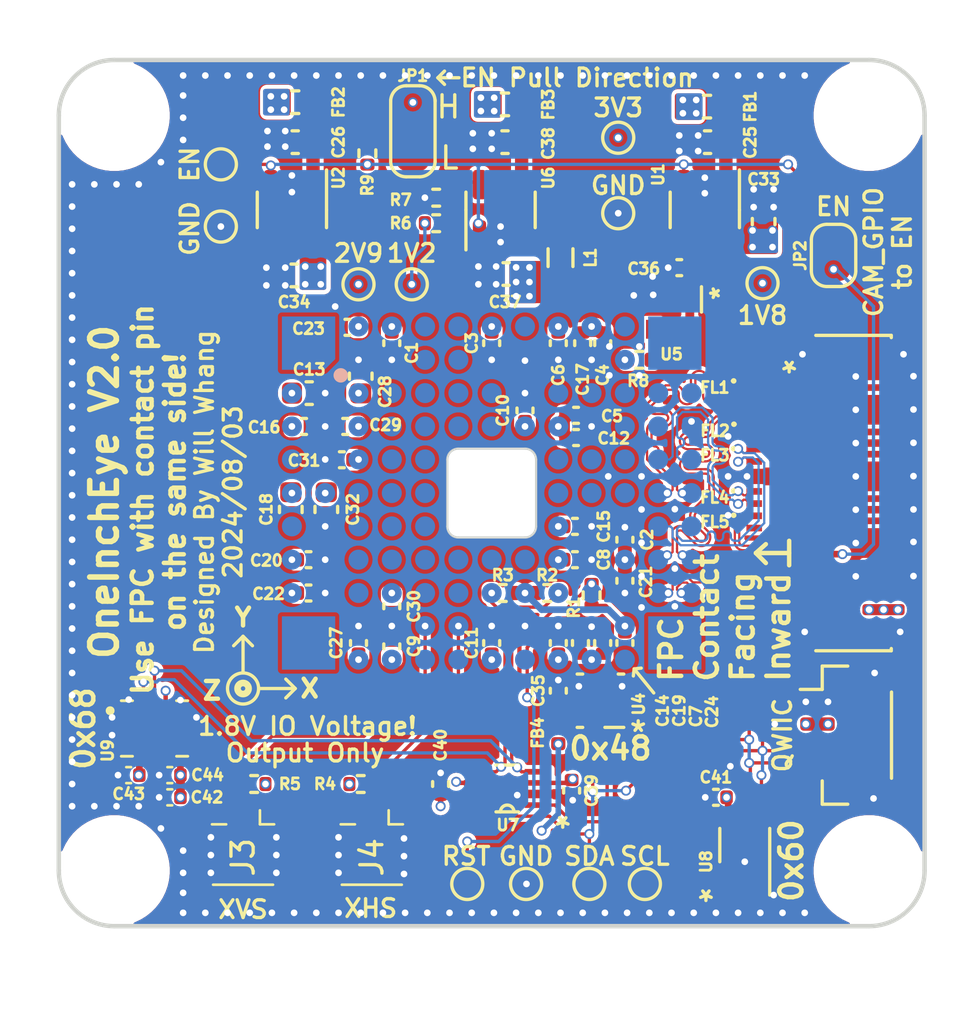
<source format=kicad_pcb>
(kicad_pcb (version 20240108) (generator "pcbnew") (generator_version "8.0")
  (layers (0 "F.Cu" signal) (1 "In1.Cu" signal) (2 "In2.Cu" signal) (31 "B.Cu" signal) (34 "B.Paste" user) (35 "F.Paste" user) (36 "B.SilkS" user "B.Silkscreen") (37 "F.SilkS" user "F.Silkscreen") (38 "B.Mask" user) (39 "F.Mask" user) (44 "Edge.Cuts" user))
  (net 0 "")
  (net 1 "GND")
  (net 2 "+1V2")
  (net 3 "+2V9")
  (net 4 "+1V8")
  (net 5 "+3V3")
  (net 6 "Net-(C28-Pad1)")
  (net 7 "Net-(C29-Pad1)")
  (net 8 "Net-(C31-Pad1)")
  (net 9 "Net-(C32-Pad1)")
  (net 11 "SCL_3V3")
  (net 12 "SDA_3V3")
  (net 13 "RST_1V8")
  (net 14 "SCL_1V8")
  (net 15 "SDA_1V8")
  (net 16 "XHS")
  (net 17 "XVS")
  (net 20 "CLOCK")
  (net 29 "CAM_D2_N")
  (net 30 "CAM_D0_N")
  (net 31 "CAM_CLK_N")
  (net 32 "CAM_D1_N")
  (net 33 "CAM_D3_N")
  (net 34 "CAM_D2_P")
  (net 35 "CAM_D0_P")
  (net 36 "CAM_CLK_P")
  (net 37 "CAM_D1_P")
  (net 38 "CAM_D3_P")
  (net 39 "Net-(C25-Pad2)")
  (net 40 "Net-(C26-Pad2)")
  (net 41 "Net-(C38-Pad1)")
  (net 42 "CAM_EN")
  (net 43 "Net-(L1-Pad1)")
  (net 44 "Net-(R6-Pad2)")
  (net 45 "Net-(R8-Pad2)")
  (net 46 "Net-(C35-Pad2)")
  (net 47 "Net-(J1-Pad6)")
  (net 48 "Net-(JP1-Pad2)")
  (net 49 "/D0_N")
  (net 50 "/D0_P")
  (net 51 "/D1_N")
  (net 52 "/D1_P")
  (net 53 "/CLK_N")
  (net 54 "/CLK_P")
  (net 55 "/D2_N")
  (net 56 "/D2_P")
  (net 57 "/D3_N")
  (net 58 "/D3_P")
  (footprint "Capacitor_SMD:C_0402_1005Metric" (layer "F.Cu") (at 152.6 106.35 -90)
    (property "Reference" "C7")
    (property "Value" "100nF")
  )
  (footprint "footprints:DLP11SA350HL2B" (layer "F.Cu") (at 160.05 94.85)
    (property "Reference" "FL1")
    (property "Value" "KCZ1210AH900HRTD25" (hide yes))
  )
  (footprint "Capacitor_SMD:C_0402_1005Metric" (layer "F.Cu") (at 133.1 112.3 180)
    (property "Reference" "C44")
    (property "Value" "2.2uF")
  )
  (footprint "Capacitor_SMD:C_0603_1608Metric" (layer "F.Cu") (at 148.25 89.7375)
    (property "Reference" "C37")
    (property "Value" "22uF")
  )
  (footprint "Capacitor_SMD:C_0402_1005Metric" (layer "F.Cu") (at 150.6 106.35 -90)
    (property "Reference" "C14")
    (property "Value" "1uF")
  )
  (footprint "Capacitor_SMD:C_0402_1005Metric" (layer "F.Cu") (at 151.35 102.6 180)
    (property "Reference" "C8")
    (property "Value" "1000pF")
  )
  (footprint "Capacitor_SMD:C_0402_1005Metric" (layer "F.Cu") (at 131.2475 112.3 180)
    (property "Reference" "C43")
    (property "Value" "10nF")
  )
  (footprint "footprints:TF3822S05SV830" (layer "F.Cu") (at 165.6 99.6 -90)
    (property "Reference" "J1" (hide yes))
    (property "Value" "Conn_01x22_Shielded" (hide yes))
  )
  (footprint "Inductor_SMD:L_0402_1005Metric" (layer "F.Cu") (at 150.6 110.4 90)
    (property "Reference" "FB4")
    (property "Value" "BLM18KG102SN1D")
  )
  (footprint "Capacitor_SMD:C_0402_1005Metric" (layer "F.Cu") (at 156.05 89.45 180)
    (property "Reference" "C36")
    (property "Value" "100nF")
  )
  (footprint "Resistor_SMD:R_0402_1005Metric" (layer "F.Cu") (at 145.1 86.3 180)
    (property "Reference" "R7")
    (property "Value" "10K")
  )
  (footprint "Capacitor_SMD:C_0402_1005Metric" (layer "F.Cu") (at 141.6 106.35 -90)
    (property "Reference" "C27")
    (property "Value" "1uF")
  )
  (footprint "footprints:DLP11SA350HL2B" (layer "F.Cu") (at 160.05 99.8)
    (property "Reference" "FL4")
    (property "Value" "KCZ1210AH900HRTD25" (hide yes))
  )
  (footprint "footprints:DLP11SA350HL2B" (layer "F.Cu") (at 160.05 100.9)
    (property "Reference" "FL5")
    (property "Value" "KCZ1210AH900HRTD25" (hide yes))
  )
  (footprint "MountingHole:MountingHole_2.2mm_M2" (layer "F.Cu") (at 130.6 82.6 180)
    (property "Reference" "H1" (hide yes))
    (property "Value" "MountingHole")
  )
  (footprint "Capacitor_SMD:C_0402_1005Metric" (layer "F.Cu") (at 153.6 101.7 -90)
    (property "Reference" "C2")
    (property "Value" "1000pF")
  )
  (footprint "Capacitor_SMD:C_0402_1005Metric" (layer "F.Cu") (at 143.1 106.5 -90)
    (property "Reference" "C9")
    (property "Value" "1uF")
  )
  (footprint "Capacitor_SMD:C_0603_1608Metric" (layer "F.Cu") (at 138.7 89.8 180)
    (property "Reference" "C34")
    (property "Value" "4.7uF")
  )
  (footprint "Capacitor_SMD:C_0603_1608Metric" (layer "F.Cu") (at 148.2 83.8 180)
    (property "Reference" "C38")
    (property "Value" "4.7uF")
  )
  (footprint "MountingHole:MountingHole_2.2mm_M2" (layer "F.Cu") (at 164.6 82.6 180)
    (property "Reference" "H4" (hide yes))
    (property "Value" "MountingHole")
  )
  (footprint "Capacitor_SMD:C_0402_1005Metric" (layer "F.Cu") (at 153.6 103.55 90)
    (property "Reference" "C21")
    (property "Value" "1uF")
  )
  (footprint "Capacitor_SMD:C_0402_1005Metric" (layer "F.Cu") (at 139.15 96.6 180)
    (property "Reference" "C16")
    (property "Value" "1uF")
  )
  (footprint "TestPoint:TestPoint_Pad_D1.0mm" (layer "F.Cu") (at 149.15 117.2 90)
    (property "Reference" "TP12" (hide yes))
    (property "Value" "TestPoint")
  )
  (footprint "Capacitor_SMD:C_0402_1005Metric" (layer "F.Cu") (at 145.3 112.7 90)
    (property "Reference" "C40")
    (property "Value" "100nF")
  )
  (footprint "Package_DFN_QFN:DFN-8-1EP_3x2mm_P0.5mm_EP1.3x1.5mm" (layer "F.Cu") (at 159 116.2 90)
    (property "Reference" "U8")
    (property "Value" "ATECC608A-MAHDA")
  )
  (footprint "Package_TO_SOT_SMD:SOT-23-5" (layer "F.Cu") (at 157.2 86.85 -90)
    (property "Reference" "U1")
    (property "Value" "LP5907MFX-1.8")
  )
  (footprint "Package_TO_SOT_SMD:SOT-23-5" (layer "F.Cu") (at 138.6 86.85 -90)
    (property "Reference" "U2")
    (property "Value" "LP5907MFX-2.9")
  )
  (footprint "footprints:PQFN50P300X250X97-14N" (layer "F.Cu") (at 132.4125 110.2)
    (property "Reference" "U9")
    (property "Value" "ICM-42688-P")
  )
  (footprint "Resistor_SMD:R_0402_1005Metric" (layer "F.Cu") (at 152.1 104.2 90)
    (property "Reference" "R1")
    (property "Value" "10K")
  )
  (footprint "Connector_Coaxial:U.FL_Hirose_U.FL-R-SMT-1_Vertical" (layer "F.Cu") (at 142.2 115.4 -90)
    (property "Reference" "J4")
    (property "Value" "Conn_Coaxial")
  )
  (footprint "TestPoint:TestPoint_Pad_D1.0mm" (layer "F.Cu") (at 152 117.2 -90)
    (property "Reference" "TP14" (hide yes))
    (property "Value" "TestPoint")
  )
  (footprint "footprints:TCA9406DCUR" (layer "F.Cu") (at 148.3 112.9 180)
    (property "Reference" "U7")
    (property "Value" "TCA9406DC" (hide yes))
  )
  (footprint "Jumper:SolderJumper-3_P1.3mm_Open_RoundedPad1.0x1.5mm_NumberLabels" (layer "F.Cu") (at 144.05 83.31 90)
    (property "Reference" "JP1")
    (property "Value" "Jumper_3_Open")
  )
  (footprint "Inductor_SMD:L_0603_1608Metric" (layer "F.Cu") (at 138.75 82)
    (property "Reference" "FB2")
    (property "Value" "BLM18KG102SN1D")
  )
  (footprint "Capacitor_SMD:C_0402_1005Metric" (layer "F.Cu") (at 151.7 92.85 90)
    (property "Reference" "C17")
    (property "Value" "1uF")
  )
  (footprint "Capacitor_SMD:C_0402_1005Metric" (layer "F.Cu") (at 143.1 92.85 90)
    (property "Reference" "C1")
    (property "Value" "1uF")
  )
  (footprint "Inductor_SMD:L_0603_1608Metric" (layer "F.Cu") (at 148.2 82.1 180)
    (property "Reference" "FB3")
    (property "Value" "BLM18KG102SN1D")
  )
  (footprint "Resistor_SMD:R_0402_1005Metric" (layer "F.Cu") (at 145.1 87.45)
    (property "Reference" "R6")
    (property "Value" "10K")
  )
  (footprint "Resistor_SMD:R_0402_1005Metric" (layer "F.Cu") (at 144.05 83.91 -90)
    (property "Reference" "JPR1" (hide yes))
    (property "Value" "0R")
  )
  (footprint "Resistor_SMD:R_0402_1005Metric" (layer "F.Cu") (at 163 88.9 -90)
    (property "Reference" "JPR2" (hide yes))
    (property "Value" "0R")
  )
  (footprint "Resistor_SMD:R_0402_1005Metric" (layer "F.Cu") (at 154.25 93.6)
    (property "Reference" "R8")
    (property "Value" "22R")
  )
  (footprint "Capacitor_SMD:C_0402_1005Metric" (layer "F.Cu") (at 157.7 113.3 180)
    (property "Reference" "C41")
    (property "Value" "100nF")
  )
  (footprint "Inductor_SMD:L_0805_2012Metric" (layer "F.Cu") (at 150.7 89 -90)
    (property "Reference" "L1")
    (property "Value" "DFE201210U-2R2M=P2")
  )
  (footprint "Capacitor_SMD:C_0603_1608Metric" (layer "F.Cu") (at 138.75 83.8)
    (property "Reference" "C26")
    (property "Value" "4.7uF")
  )
  (footprint "Capacitor_SMD:C_0402_1005Metric" (layer "F.Cu") (at 147.6 92.85 90)
    (property "Reference" "C3")
    (property "Value" "1uF")
  )
  (footprint "TestPoint:TestPoint_Pad_D1.0mm" (layer "F.Cu") (at 153.3 83.6 180)
    (property "Reference" "TP7" (hide yes))
    (property "Value" "TestPoint")
  )
  (footprint "Capacitor_SMD:C_0402_1005Metric" (layer "F.Cu") (at 139.35 104.1 180)
    (property "Reference" "C22")
    (property "Value" "100nF")
  )
  (footprint "Capacitor_SMD:C_0402_1005Metric" (layer "F.Cu") (at 141.1 92.1375)
    (property "Reference" "C23")
    (property "Value" "1uF")
  )
  (footprint "Resistor_SMD:R_0402_1005Metric" (layer "F.Cu") (at 141.7 112.7)
    (property "Reference" "R4")
    (property "Value" "10K")
  )
  (footprint "Capacitor_SMD:C_0402_1005Metric" (layer "F.Cu") (at 151.2 113 -90)
    (property "Reference" "C39")
    (property "Value" "100nF")
  )
  (footprint "TestPoint:TestPoint_Pad_D1.0mm" (layer "F.Cu") (at 141.6 90.2)
    (property "Reference" "TP6" (hide yes))
    (property "Value" "TestPoint")
  )
  (footprint "Resistor_SMD:R_0402_1005Metric" (layer "F.Cu") (at 142 84.3 90)
    (property "Reference" "R9")
    (property "Value" "10K")
  )
  (footprint "footprints:DLP11SA350HL2B" (layer "F.Cu") (at 160.0625 96.8)
    (property "Reference" "FL2")
    (property "Value" "KCZ1210AH900HRTD25" (hide yes))
  )
  (footprint "Capacitor_SMD:C_0603_1608Metric" (layer "F.Cu") (at 138.55 100.3375 90)
    (property "Reference" "C18")
    (property "Value" "4.7uF")
  )
  (footprint "Capacitor_SMD:C_0603_1608Metric" (layer "F.Cu") (at 140.15 100.3375 -90)
    (property "Reference" "C32")
    (property "Value" "4.7uF")
  )
  (footprint "Capacitor_SMD:C_0402_1005Metric" (layer "F.Cu") (at 151.35 101.1 180)
    (property "Reference" "C15")
    (property "Value" "100nF")
  )
  (footprint "Capacitor_SMD:C_0402_1005Metric" (layer "F.Cu") (at 147.6 106.35 -90)
    (property "Reference" "C11")
    (property "Value" "1uF")
  )
  (footprint "Capacitor_SMD:C_0402_1005Metric" (layer "F.Cu") (at 150.6 108.5 -90)
    (property "Reference" "C35")
    (property "Value" "1uF")
  )
  (footprint "MountingHole:MountingHole_2.2mm_M2" (layer "F.Cu") (at 164.6 116.6 90)
    (property "Reference" "H3" (hide yes))
    (property "Value" "MountingHole")
  )
  (footprint "TestPoint:TestPoint_Pad_D1.0mm" (layer "F.Cu") (at 146.5 117.2 90)
    (property "Reference" "TP1" (hide yes))
    (property "Value" "TestPoint")
  )
  (footprint "Inductor_SMD:L_0603_1608Metric" (layer "F.Cu") (at 157.3 82.2)
    (property "Reference" "FB1")
    (property "Value" "BLM18KG102SN1D")
  )
  (footprint "Capacitor_SMD:C_0402_1005Metric" (layer "F.Cu") (at 153.6 106.35 90)
    (property "Reference" "C24")
    (property "Value" "100nF")
  )
  (footprint "Capacitor_SMD:C_0402_1005Metric" (layer "F.Cu") (at 151.4 97.1 180)
    (property "Reference" "C12")
    (property "Value" "100nF")
  )
  (footprint "Capacitor_SMD:C_0402_1005Metric" (layer "F.Cu") (at 149.1 95.88 -90)
    (property "Reference" "C10")
    (property "Value" "100nF")
  )
  (footprint "TestPoint:TestPoint_Pad_D1.0mm" (layer "F.Cu") (at 135.4 84.8)
    (property "Reference" "TP15" (hide yes))
    (property "Value" "TestPoint")
  )
  (footprint "Oscillator:Oscillator_SMD_Abracon_ASDMB-4Pin_2.5x2.0mm" (layer "F.Cu") (at 155.7 91.45 180)
    (property "Reference" "U5")
    (property "Value" "ECS-2520S18-240-FN-TR")
  )
  (footprint "TestPoint:TestPoint_Pad_D1.0mm" (layer "F.Cu") (at 153.3 87)
    (property "Reference" "TP8" (hide yes))
    (property "Value" "TestPoint")
  )
  (footprint "Capacitor_SMD:C_0402_1005Metric" (layer "F.Cu") (at 151.4 96.1 180)
    (property "Reference" "C5")
    (property "Value" "1000pF")
  )
  (footprint "TestPoint:TestPoint_Pad_D1.0mm" (layer "F.Cu") (at 154.5 117.2 -90)
    (property "Reference" "TP13" (hide yes))
    (property "Value" "TestPoint")
  )
  (footprint "Capacitor_SMD:C_0402_1005Metric" (layer "F.Cu") (at 141 96.6 180)
    (property "Reference" "C29")
    (property "Value" "1uF")
  )
  (footprint "Capacitor_SMD:C_0603_1608Metric" (layer "F.Cu") (at 141.7 94.3375 90)
    (property "Reference" "C28")
    (property "Value" "4.7uF")
  )
  (footprint "Capacitor_SMD:C_0603_1608Metric" (layer "F.Cu") (at 139.38 95.1 180)
    (property "Reference" "C13")
    (property "Value" "4.7uF")
  )
  (footprint "Capacitor_SMD:C_0603_1608Metric" (layer "F.Cu") (at 159.85 87.375 90)
    (property "Reference" "C33")
    (property "Value" "4.7uF")
  )
  (footprint "Capacitor_SMD:C_0402_1005Metric" (layer "F.Cu") (at 140.85 98.1 180)
    (property "Reference" "C31")
    (property "Value" "100nF")
  )
  (footprint "Capacitor_SMD:C_0402_1005Metric" (layer "F.Cu") (at 139.35 102.6 180)
    (property "Reference" "C20")
    (property "Value" "1uF")
  )
  (footprint "footprints:DLP11SA350HL2B" (layer "F.Cu") (at 160.05 97.9)
    (property "Reference" "FL3")
    (property "Value" "KCZ1210AH900HRTD25" (hide yes))
  )
  (footprint "MountingHole:MountingHole_2.2mm_M2" (layer "F.Cu") (at 130.6 116.6)
    (property "Reference" "H2" (hide yes))
    (property "Value" "MountingHole")
  )
  (footprint "Capacitor_SMD:C_0402_1005Metric" (layer "F.Cu") (at 151.6 106.35 -90)
    (property "Reference" "C19")
    (property "Value" "1uF")
  )
  (footprint "Package_TO_SOT_SMD:SOT-23-5" (layer "F.Cu") (at 148 86.85 90)
    (property "Reference" "U6")
    (property "Value" "AP3418KTR-G1")
  )
  (footprint "TestPoint:TestPoint_Pad_D1.0mm" (layer "F.Cu") (at 159.8 90.15)
    (property "Reference" "TP5" (hide yes))
    (property "Value" "TestPoint")
  )
  (footprint "Capacitor_SMD:C_0402_1005Metric" (layer "F.Cu") (at 150.6 92.85 90)
    (property "Reference" "C6")
    (property "Value" "1uF")
  )
  (footprint "Capacitor_SMD:C_0402_1005Metric" (layer "F.Cu") (at 133.1 113.3 180)
    (property "Reference" "C42")
    (property "Value" "100n")
  )
  (footprint "Capacitor_SMD:C_0603_1608Metric" (layer "F.Cu") (at 157.325 83.8)
    (property "Reference" "C25")
    (property "Value" "4.7uF")
  )
  (footprint "Jumper:SolderJumper-2_P1.3mm_Open_RoundedPad1.0x1.5mm" (layer "F.Cu") (at 163 88.9 90)
    (property "Reference" "JP2")
    (property "Value" "SolderJumper_2_Open")
  )
  (footprint "Resistor_SMD:R_0402_1005Metric" (layer "F.Cu") (at 148.1 104.1 180)
    (property "Reference" "R3")
    (property "Value" "DNP")
  )
  (footprint "footprints:TMP117AIDRVR" (layer "F.Cu") (at 152.5 108.95 180)
    (property "Reference" "U4")
    (property "Value" "TMP117AIDRVR" (hide yes))
  )
  (footprint "Resistor_SMD:R_0402_1005Metric" (layer "F.Cu") (at 150.1 104.1)
    (property "Reference" "R2")
    (property "Value" "DNP")
  )
  (footprint "Capacitor_SMD:C_0402_1005Metric" (layer "F.Cu") (at 143.1 104.7 90)
    (property "Reference" "C30")
    (property "Value" "100nF")
  )
  (footprint "Connector_JST:JST_SH_BM04B-SRSS-TB_1x04-1MP_P1.00mm_Vertical" (layer "F.Cu") (at 163.6 110.5 -90)
    (property "Reference" "J2" (hide yes))
    (property "Value" "Conn_01x04_Shielded")
  )
  (footprint "Resistor_SMD:R_0402_1005Metric" (layer "F.Cu") (at 136.9 112.7 180)
    (property "Reference" "R5")
    (property "Value" "10K")
  )
  (footprint "Capacitor_SMD:C_0402_1005Metric" (layer "F.Cu") (at 152.6 92.85 90)
    (property "Reference" "C4")
    (property "Value" "100nF")
  )
  (footprint "TestPoint:TestPoint_Pad_D1.0mm" (layer "F.Cu") (at 144 90.2)
    (property "Reference" "TP4" (hide yes))
    (property "Value" "TestPoint")
  )
  (footprint "Connector_Coaxial:U.FL_Hirose_U.FL-R-SMT-1_Vertical" (layer "F.Cu") (at 136.4 115.4 -90)
    (property "Reference" "J3")
    (property "Value" "Conn_Coaxial")
  )
  (footprint "TestPoint:TestPoint_Pad_D1.0mm" (layer "F.Cu") (at 135.4 87.6)
    (property "Reference" "TP10" (hide yes))
    (property "Value" "TestPoint")
  )
  (footprint "IMX283:IMX283" (layer "B.Cu") (at 147.6 99.6 180)
    (property "Reference" "U3" (hide yes))
    (property "Value" "IMX283EQJC")
  )
  (gr_line (start 161 101.75) (end 161 102.85) (stroke (width 0.2)) (layer "F.SilkS"))
  (gr_circle (center 136.4 108.4) (end 136.5 108.4) (stroke (width 0.3)) (fill none) (layer "F.SilkS"))
  (gr_line (start 161 102.3) (end 159.5 102.3) (stroke (width 0.2)) (layer "F.SilkS"))
  (gr_line (start 138.75 108.4) (end 138.325736 108.824264) (stroke (width 0.15)) (layer "F.SilkS"))
  (gr_line (start 136.4 107.7) (end 136.4 106.05) (stroke (width 0.15)) (layer "F.SilkS"))
  (gr_circle (center 136.4 108.4) (end 137.1 108.4) (stroke (width 0.15)) (fill none) (layer "F.SilkS"))
  (gr_line (start 145.175 80.9) (end 145.475 80.6) (stroke (width 0.15)) (layer "F.SilkS"))
  (gr_line (start 136.4 106.05) (end 135.975736 106.474264) (stroke (width 0.15)) (layer "F.SilkS"))
  (gr_line (start 159.5 102.3) (end 159.95 102.75) (stroke (width 0.2)) (layer "F.SilkS"))
  (gr_line (start 154.017157 107.517157) (end 154.9 108.6) (stroke (width 0.15)) (layer "F.SilkS"))
  (gr_line (start 154.017157 107.517157) (end 153.981802 107.835355) (stroke (width 0.15)) (layer "F.SilkS"))
  (gr_line (start 138.75 108.4) (end 138.325736 107.975736) (stroke (width 0.15)) (layer "F.SilkS"))
  (gr_line (start 138.75 108.4) (end 137.1 108.4) (stroke (width 0.15)) (layer "F.SilkS"))
  (gr_line (start 146.125 80.9) (end 145.175 80.9) (stroke (width 0.15)) (layer "F.SilkS"))
  (gr_line (start 159.5 102.3) (end 159.95 101.9) (stroke (width 0.2)) (layer "F.SilkS"))
  (gr_line (start 136.4 106.05) (end 136.824264 106.474264) (stroke (width 0.15)) (layer "F.SilkS"))
  (gr_line (start 145.175 80.9) (end 145.475 81.2) (stroke (width 0.15)) (layer "F.SilkS"))
  (gr_line (start 154.017157 107.517157) (end 154.335355 107.481802) (stroke (width 0.15)) (layer "F.SilkS"))
  (gr_arc (start 130.6 119.1) (mid 128.832233 118.367767) (end 128.1 116.6) (stroke (width 0.2)) (layer "Edge.Cuts"))
  (gr_arc (start 164.6 80.1) (mid 166.367767 80.832233) (end 167.1 82.6) (stroke (width 0.2)) (layer "Edge.Cuts"))
  (gr_arc (start 167.1 116.6) (mid 166.367767 118.367767) (end 164.6 119.1) (stroke (width 0.2)) (layer "Edge.Cuts"))
  (gr_arc (start 128.1 82.6) (mid 128.832233 80.832233) (end 130.6 80.1) (stroke (width 0.2)) (layer "Edge.Cuts"))
  (gr_arc (start 145.6 98.1) (mid 145.746447 97.746447) (end 146.1 97.6) (stroke (width 0.1)) (layer "Edge.Cuts"))
  (gr_line (start 130.6 119.1) (end 164.6 119.1) (stroke (width 0.2)) (layer "Edge.Cuts"))
  (gr_arc (start 146.1 101.6) (mid 145.746447 101.453553) (end 145.6 101.1) (stroke (width 0.1)) (layer "Edge.Cuts"))
  (gr_line (start 145.6 101.1) (end 145.6 98.1) (stroke (width 0.1)) (layer "Edge.Cuts"))
  (gr_line (start 128.1 82.6) (end 128.1 116.6) (stroke (width 0.2)) (layer "Edge.Cuts"))
  (gr_arc (start 149.1 97.6) (mid 149.453553 97.746447) (end 149.6 98.1) (stroke (width 0.1)) (layer "Edge.Cuts"))
  (gr_line (start 130.6 80.1) (end 164.6 80.1) (stroke (width 0.2)) (layer "Edge.Cuts"))
  (gr_line (start 167.1 116.6) (end 167.1 82.6) (stroke (width 0.2)) (layer "Edge.Cuts"))
  (gr_arc (start 149.6 101.1) (mid 149.453553 101.453553) (end 149.1 101.6) (stroke (width 0.1)) (layer "Edge.Cuts"))
  (gr_line (start 149.6 101.1) (end 149.6 98.1) (stroke (width 0.1)) (layer "Edge.Cuts"))
  (gr_line (start 149.1 97.6) (end 146.1 97.6) (stroke (width 0.1)) (layer "Edge.Cuts"))
  (gr_line (start 146.1 101.6) (end 149.1 101.6) (stroke (width 0.1)) (layer "Edge.Cuts"))
  (gr_text "RST" (at 146.45 115.95 0) (layer "F.SilkS") (effects (font (size 0.8 0.8))))
  (gr_text "EN" (at 134 84.8 90) (layer "F.SilkS") (effects (font (size 0.8 0.8))))
  (gr_text "EN" (at 163 86.7 0) (layer "F.SilkS") (effects (font (size 0.8 0.8))))
  (gr_text "XHS" (at 142.15 118.3 0) (layer "F.SilkS") (effects (font (size 0.8 0.8))))
  (gr_text "Z" (at 135 108.5 0) (layer "F.SilkS") (effects (font (size 0.8 0.8) (thickness 0.2))))
  (gr_text "*" (at 161 93.6 -180) (layer "F.SilkS") (effects (font (size 1 1))))
  (gr_text "1V8" (at 159.8 91.6 0) (layer "F.SilkS") (effects (font (size 0.8 0.8))))
  (gr_text "1.8V IO Voltage!" (at 139.3 110.1 0) (layer "F.SilkS") (effects (font (size 0.8 0.8))))
  (gr_text "GND" (at 149.15 115.95 0) (layer "F.SilkS") (effects (font (size 0.8 0.8))))
  (gr_text "*" (at 150.8 114.1 180) (layer "F.SilkS") (effects (font (size 1 1))))
  (gr_text "XVS" (at 136.4 118.35 0) (layer "F.SilkS") (effects (font (size 0.8 0.8))))
  (gr_text "QWIIC" (at 160.7 110.5 90) (layer "F.SilkS") (effects (font (size 0.8 0.8))))
  (gr_text "CAM_GPIO\nto EN" (at 165.45 88.75 90) (layer "F.SilkS") (effects (font (size 0.8 0.8))))
  (gr_text "Y" (at 136.4 105.2 0) (layer "F.SilkS") (effects (font (size 0.8 0.8) (thickness 0.2))))
  (gr_text "SCL" (at 154.5 115.95 0) (layer "F.SilkS") (effects (font (size 0.8 0.8))))
  (gr_text "GND" (at 153.3 85.75 0) (layer "F.SilkS") (effects (font (size 0.8 0.8))))
  (gr_text "X" (at 139.4 108.4 0) (layer "F.SilkS") (effects (font (size 0.8 0.8) (thickness 0.2))))
  (gr_text "SDA" (at 152 115.95 0) (layer "F.SilkS") (effects (font (size 0.8 0.8))))
  (gr_text "0x60" (at 161.1 116.15 90) (layer "F.SilkS") (effects (font (size 1 1) (thickness 0.2))))
  (gr_text "2V9" (at 141.6 88.8 0) (layer "F.SilkS") (effects (font (size 0.8 0.8))))
  (gr_text "*" (at 157.25 117.4 180) (layer "F.SilkS") (effects (font (size 1 1))))
  (gr_text "GND" (at 134 87.6875 90) (layer "F.SilkS") (effects (font (size 0.8 0.8))))
  (gr_text "0x48" (at 152.95 111.1 0) (layer "F.SilkS") (effects (font (size 1 1) (thickness 0.2))))
  (gr_text "OneInchEye V2.0" (at 130.15 99.55 90) (layer "F.SilkS") (effects (font (size 1.2 1.2) (thickness 0.25))))
  (gr_text "Designed By Will Whang\n2024/08/03" (at 135.3 99.55 90) (layer "F.SilkS") (effects (font (size 0.8 0.8))))
  (gr_text "1V2" (at 144 88.8 0) (layer "F.SilkS") (effects (font (size 0.8 0.8))))
  (gr_text "0x68" (at 129.2 110.2 90) (layer "F.SilkS") (effects (font (size 1 1) (thickness 0.2))))
  (gr_text "Use FPC with contact pin \non the same side!" (at 132.6 99.55 90) (layer "F.SilkS") (effects (font (size 0.9 0.9) (thickness 0.2))))
  (gr_text "Output Only" (at 139.191761 111.3 0) (layer "F.SilkS") (effects (font (size 0.8 0.8))))
  (gr_text "FPC \nContact \nFacing\nInward" (at 158.1 108.2 90) (layer "F.SilkS") (effects (font (size 1 1) (thickness 0.2)) (justify left)))
  (gr_text "EN Pull Direction" (at 151.45 80.9 0) (layer "F.SilkS") (effects (font (size 0.8 0.8))))
  (gr_text "3V3" (at 153.3 82.25 0) (layer "F.SilkS") (effects (font (size 0.8 0.8))))
  (gr_text "*" (at 157.9 90.6 90) (layer "F.SilkS") (effects (font (size 0.8 0.8))))
  (segment (start 131.2475 109.45) (end 130.75 109.45) (width 0.3) (layer "F.Cu") (net 1))
  (segment (start 130.5 110.5) (end 130.55 110.45) (width 0.3) (layer "F.Cu") (net 1))
  (segment (start 143.85 116.820834) (end 143.833334 116.8375) (width 0.15) (layer "F.Cu") (net 1))
  (segment (start 133.5775 109.45) (end 134.05 109.45) (width 0.3) (layer "F.Cu") (net 1))
  (segment (start 133.5775 109.95) (end 134.05 109.95) (width 0.3) (layer "F.Cu") (net 1))
  (segment (start 131.2475 108.9025) (end 131.25 108.9) (width 0.3) (layer "F.Cu") (net 1))
  (segment (start 130.55 110.45) (end 131.2475 110.45) (width 0.3) (layer "F.Cu") (net 1))
  (segment (start 143.85 115.0975) (end 143.85 116.820834) (width 0.15) (layer "F.Cu") (net 1))
  (segment (start 132.9125 111.6375) (end 132.65 111.9) (width 0.3) (layer "F.Cu") (net 1))
  (segment (start 130.75 109.45) (end 130.5 109.7) (width 0.3) (layer "F.Cu") (net 1))
  (segment (start 133.5775 108.9225) (end 133.5775 109.45) (width 0.3) (layer "F.Cu") (net 1))
  (segment (start 131.2475 109.95) (end 130.75 109.95) (width 0.3) (layer "F.Cu") (net 1))
  (segment (start 134.05 109.45) (end 134.3 109.7) (width 0.3) (layer "F.Cu") (net 1))
  (segment (start 132.65 111.9) (end 132.4125 111.6625) (width 0.3) (layer "F.Cu") (net 1))
  (segment (start 131.2475 109.45) (end 131.2475 108.9025) (width 0.3) (layer "F.Cu") (net 1))
  (segment (start 134.05 109.95) (end 134.3 109.7) (width 0.3) (layer "F.Cu") (net 1))
  (segment (start 130.75 109.95) (end 130.5 109.7) (width 0.3) (layer "F.Cu") (net 1))
  (segment (start 132.9125 111.115) (end 132.9125 111.6375) (width 0.3) (layer "F.Cu") (net 1))
  (segment (start 132.4125 111.6625) (end 132.4125 111.115) (width 0.3) (layer "F.Cu") (net 1))
  (via (at 133.7 117.6) (size 0.45) (drill 0.3) (layers "F.Cu" "B.Cu") (net 1))
  (via (at 128.7 85.7) (size 0.45) (drill 0.3) (layers "F.Cu" "B.Cu") (net 1))
  (via (at 138.7 118.5) (size 0.45) (drill 0.3) (layers "F.Cu" "B.Cu") (net 1))
  (via (at 143.100637 105.587082) (size 0.5) (drill 0.3) (layers "F.Cu" "B.Cu") (net 1))
  (via (at 145.7 118.5) (size 0.45) (drill 0.3) (layers "F.Cu" "B.Cu") (net 1))
  (via (at 157.7 118.5) (size 0.45) (drill 0.3) (layers "F.Cu" "B.Cu") (net 1))
  (via (at 155.55 89.45) (size 0.45) (drill 0.3) (layers "F.Cu" "B.Cu") (net 1))
  (via (at 146.75 83.4) (size 0.45) (drill 0.3) (layers "F.Cu" "B.Cu") (net 1))
  (via (at 141.600637 105.587082) (size 0.5) (drill 0.3) (layers "F.Cu" "B.Cu") (net 1))
  (via (at 151.7 80.8) (size 0.45) (drill 0.3) (layers "F.Cu" "B.Cu") (net 1))
  (via (at 154.35 98.85) (size 0.45) (drill 0.3) (layers "F.Cu" "B.Cu") (net 1))
  (via (at 149.7 80.8) (size 0.45) (drill 0.3) (layers "F.Cu" "B.Cu") (net 1))
  (via (at 138.3 83.3) (size 0.45) (drill 0.3) (layers "F.Cu" "B.Cu") (net 1))
  (via (at 138.3 89.45) (size 0.45) (drill 0.3) (layers "F.Cu" "B.Cu") (net 1))
  (via (at 128.7 99.7) (size 0.45) (drill 0.3) (layers "F.Cu" "B.Cu") (net 1))
  (via (at 128.7 90.7) (size 0.45) (drill 0.3) (layers "F.Cu" "B.Cu") (net 1))
  (via (at 153.7 118.5) (size 0.45) (drill 0.3) (layers "F.Cu" "B.Cu") (net 1))
  (via (at 160.35 110) (size 0.45) (drill 0.3) (layers "F.Cu" "B.Cu") (net 1))
  (via (at 152.85 98.85) (size 0.45) (drill 0.3) (layers "F.Cu" "B.Cu") (net 1))
  (via (at 134.95 115.9) (size 0.45) (drill 0.3) (layers "F.Cu" "B.Cu") (net 1))
  (via (at 166.6 100.3375) (size 0.45) (drill 0.3) (layers "F.Cu" "B.Cu") (net 1))
  (via (at 135.4 87.6) (size 0.45) (drill 0.3) (layers "F.Cu" "B.Cu") (net 1))
  (via (at 166.6 101.8) (size 0.45) (drill 0.3) (layers "F.Cu" "B.Cu") (net 1))
  (via (at 148 87.6) (size 0.45) (drill 0.3) (layers "F.Cu" "B.Cu") (net 1))
  (via (at 138.3 84) (size 0.45) (drill 0.3) (layers "F.Cu" "B.Cu") (net 1))
  (via (at 137.45 90.25) (size 0.45) (drill 0.3) (layers "F.Cu" "B.Cu") (net 1))
  (via (at 159.4 86.725) (size 0.45) (drill 0.3) (layers "F.Cu" "B.Cu") (net 1))
  (via (at 128.7 91.7) (size 0.45) (drill 0.3) (layers "F.Cu" "B.Cu") (net 1))
  (via (at 128.7 98.7) (size 0.45) (drill 0.3) (layers "F.Cu" "B.Cu") (net 1))
  (via (at 164 98.85) (size 0.45) (drill 0.3) (layers "F.Cu" "B.Cu") (net 1))
  (via (at 129.7 85.7) (size 0.45) (drill 0.3) (layers "F.Cu" "B.Cu") (net 1))
  (via (at 151.7 118.5) (size 0.45) (drill 0.3) (layers "F.Cu" "B.Cu") (net 1))
  (via (at 133.7 80.8) (size 0.45) (drill 0.3) (layers "F.Cu" "B.Cu") (net 1))
  (via (at 159.7 118.5) (size 0.45) (drill 0.3) (layers "F.Cu" "B.Cu") (net 1))
  (via (at 128.7 104.7) (size 0.45) (drill 0.3) (layers "F.Cu" "B.Cu") (net 1))
  (via (at 134.95 115.1) (size 0.45) (drill 0.3) (layers "F.Cu" "B.Cu") (net 1))
  (via (at 142.7 80.8) (size 0.45) (drill 0.3) (layers "F.Cu" "B.Cu") (net 1))
  (via (at 159 116.2) (size 0.45) (drill 0.3) (layers "F.Cu" "B.Cu") (net 1))
  (via (at 150.7 80.8) (size 0.45) (drill 0.3) (layers "F.Cu" "B.Cu") (net 1))
  (via (at 164 103.35) (size 0.45) (drill 0.3) (layers "F.Cu" "B.Cu") (net 1))
  (via (at 154.7 118.5) (size 0.45) (drill 0.3) (layers "F.Cu" "B.Cu") (net 1))
  (via (at 147.8 89.4) (size 0.45) (drill 0.3) (layers "F.Cu" "B.Cu") (net 1))
  (via (at 136.7 118.5) (size 0.45) (drill 0.3) (layers "F.Cu" "B.Cu") (net 1))
  (via (at 158.25 100.6) (size 0.45) (drill 0.3) (layers "F.Cu" "B.Cu") (net 1))
  (via (at 152.100637 105.617) (size 0.5) (drill 0.3) (layers "F.Cu" "B.Cu") (net 1))
  (via (at 166.6 95.8375) (size 0.45) (drill 0.3) (layers "F.Cu" "B.Cu") (net 1))
  (via (at 137.5 84) (size 0.45) (drill 0.3) (layers "F.Cu" "B.Cu") (net 1))
  (via (at 152.7 80.8) (size 0.45) (drill 0.3) (layers "F.Cu" "B.Cu") (net 1))
  (via (at 152.7 118.5) (size 0.45) (drill 0.3) (layers "F.Cu" "B.Cu") (net 1))
  (via (at 152.1 101.1) (size 0.5) (drill 0.3) (layers "F.Cu" "B.Cu") (net 1))
  (via (at 154.35 101.8375) (size 0.45) (drill 0.3) (layers "F.Cu" "B.Cu") (net 1))
  (via (at 154.25 93) (size 0.45) (drill 0.3) (layers "F.Cu" "B.Cu") (net 1))
  (via (at 155.7 118.5) (size 0.45) (drill 0.3) (layers "F.Cu" "B.Cu") (net 1))
  (via (at 152.1 96.6) (size 0.5) (drill 0.3) (layers "F.Cu" "B.Cu") (net 1))
  (via (at 154.875 90.675) (size 0.45) (drill 0.3) (layers "F.Cu" "B.Cu") (net 1))
  (via (at 153.7 80.8) (size 0.45) (drill 0.3) (layers "F.Cu" "B.Cu") (net 1))
  (via (at 140.55 91.2) (size 0.45) (drill 0.3) (layers "F.Cu" "B.Cu") (net 1))
  (via (at 143.65 116.75) (size 0.45) (drill 0.3) (layers "F.Cu" "B.Cu") (net 1))
  (via (at 137.9 116.7) (size 0.45) (drill 0.3) (layers "F.Cu" "B.Cu") (net 1))
  (via (at 164 97.35) (size 0.45) (drill 0.3) (layers "F.Cu" "B.Cu") (net 1))
  (via (at 128.7 87.7) (size 0.45) (drill 0.3) (layers "F.Cu" "B.Cu") (net 1))
  (via (at 128.7 93.7) (size 0.45) (drill 0.3) (layers "F.Cu" "B.Cu") (net 1))
  (via (at 136.7 80.8) (size 0.45) (drill 0.3) (layers "F.Cu" "B.Cu") (net 1))
  (via (at 137.7 80.8) (size 0.45) (drill 0.3) (layers "F.Cu" "B.Cu") (net 1))
  (via (at 164.8 113.35) (size 0.45) (drill 0.3) (layers "F.Cu" "B.Cu") (net 1))
  (via (at 128.7 95.7) (size 0.45) (drill 0.3) (layers "F.Cu" "B.Cu") (net 1))
  (via (at 166.6 94.3375) (size 0.45) (drill 0.3) (layers "F.Cu" "B.Cu") (net 1))
  (via (at 147.6 84.1) (size 0.45) (drill 0.3) (layers "F.Cu" "B.Cu") (net 1))
  (via (at 161.6 93.35) (size 0.45) (drill 0.3) (layers "F.Cu" "B.Cu") (net 1))
  (via (at 153.6 101.1375) (size 0.5) (drill 0.3) (layers "F.Cu" "B.Cu") (net 1))
  (via (at 150.6 108.02) (size 0.45) (drill 0.3) (layers "F.Cu" "B.Cu") (net 1))
  (via (at 157.2 85.4) (size 0.45) (drill 0.3) (layers "F.Cu" "B.Cu") (net 1))
  (via (at 155.85 104.7) (size 0.45) (drill 0.3) (layers "F.Cu" "B.Cu") (net 1))
  (via (at 155.7 80.8) (size 0.45) (drill 0.3) (layers "F.Cu" "B.Cu") (net 1))
  (via (at 161.7 105.85) (size 0.45) (drill 0.3) (layers "F.Cu" "B.Cu") (net 1))
  (via (at 132.62 113.3) (size 0.45) (drill 0.3) (layers "F.Cu" "B.Cu") (net 1))
  (via (at 152.9 94.3) (size 0.45) (drill 0.3) (layers "F.Cu" "B.Cu") (net 1))
  (via (at 150.6 93.6) (size 0.5) (drill 0.3) (layers "F.Cu" "B.Cu") (net 1))
  (via (at 131.7 85.7) (size 0.45) (drill 0.3) (layers "F.Cu" "B.Cu") (net 1))
  (via (at 140.7 116.7) (size 0.45) (drill 0.3) (layers "F.Cu" "B.Cu") (net 1))
  (via (at 137.45 89.45) (size 0.45) (drill 0.3) (layers "F.Cu" "B.Cu") (net 1))
  (via (at 134.3 109.7) (size 0.45) (drill 0.3) (layers "F.Cu" "B.Cu") (net 1))
  (via (at 147.600637 105.587082) (size 0.5) (drill 0.3) (layers "F.Cu" "B.Cu") (net 1))
  (via (at 152.9 93) (size 0.45) (drill 0.3) (layers "F.Cu" "B.Cu") (net 1))
  (via (at 137.9 115.9) (size 0.45) (drill 0.3) (layers "F.Cu" "B.Cu") (net 1))
  (via (at 138.3 90.25) (size 0.45) (drill 0.3) (layers "F.Cu" "B.Cu") (net 1))
  (via (at 161.7 80.8) (size 0.45) (drill 0.3) (layers "F.Cu" "B.Cu") (net 1))
  (via (at 128.7 89.7) (size 0.45) (drill 0.3) (layers "F.Cu" "B.Cu") (net 1))
  (via (at 140.1 101.1) (size 0.5) (drill 0.3) (layers "F.Cu" "B.Cu") (net 1))
  (via (at 156.6 96.375) (size 0.45) (drill 0.3) (layers "F.Cu" "B.Cu") (net 1))
  (via (at 140.1 104.1) (size 0.5) (drill 0.3) (layers "F.Cu" "B.Cu") (net 1))
  (via (at 128.7 100.7) (size 0.45) (drill 0.3) (layers "F.Cu" "B.Cu") (net 1))
  (via (at 148 88.3) (size 0.45) (drill 0.3) (layers "F.Cu" "B.Cu") (net 1))
  (via (at 155.85 100.325) (size 0.45) (drill 0.3) (layers "F.Cu" "B.Cu") (net 1))
  (via (at 147 90.2) (size 0.45) (drill 0.3) (layers "F.Cu" "B.Cu") (net 1))
  (via (at 143.1 93.6) (size 0.5) (drill 0.3) (layers "F.Cu" "B.Cu") (net 1))
  (via (at 143.7 118.5) (size 0.45) (drill 0.3) (layers "F.Cu" "B.Cu") (net 1))
  (via (at 143.7 80.8) (size 0.45) (drill 0.3) (layers "F.Cu" "B.Cu") (net 1))
  (via (at 130.5 110.5) (size 0.45) (drill 0.3) (layers "F.Cu" "B.Cu") (net 1))
  (via (at 133.5775 108.9225) (size 0.45) (drill 0.3) (layers "F.Cu" "B.Cu") (net 1))
  (via (at 143.65 115.95) (size 0.45) (drill 0.3) (layers "F.Cu" "B.Cu") (net 1))
  (via (at 154.35 103.35) (size 0.45) (drill 0.3) (layers "F.Cu" "B.Cu") (net 1))
  (via (at 144.7 118.5) (size 0.45) (drill 0.3) (layers "F.Cu" "B.Cu") (net 1))
  (via (at 155.85 103) (size 0.45) (drill 0.3) (layers "F.Cu" "B.Cu") (net 1))
  (via (at 150.7 118.5) (size 0.45) (drill 0.3) (layers "F.Cu" "B.Cu") (net 1))
  (via (at 153.3 87) (size 0.45) (drill 0.3) (layers "F.Cu" "B.Cu") (net 1))
  (via (at 160.7 118.5) (size 0.45) (drill 0.3) (layers "F.Cu" "B.Cu") (net 1))
  (via (at 154.35 100.3375) (size 0.45) (drill 0.3) (layers "F.Cu" "B.Cu") (net 1))
  (via (at 128.7 109.7) (size 0.45) (drill 0.3) (layers "F.Cu" "B.Cu") (net 1))
  (via (at 148.7 80.8) (size 0.45) (drill 0.3) (layers "F.Cu" "B.Cu") (net 1))
  (via (at 140.7 80.8) (size 0.45) (drill 0.3) (layers "F.Cu" "B.Cu") (net 1))
  (via (at 144.59 86.3) (size 0.45) (drill 0.3) (layers "F.Cu" "B.Cu") (net 1))
  (via (at 154.85 89.85) (size 0.45) (drill 0.3) (layers "F.Cu" "B.Cu") (net 1))
  (via (at 166.6 98.8375) (size 0.45) (drill 0.3) (layers "F.Cu" "B.Cu") (net 1))
  (via (at 134.95 116.7) (size 0.45) (drill 0.3) (layers "F.Cu" "B.Cu") (net 1))
  (via (at 156.05 84.2) (size 0.45) (drill 0.3) (layers "F.Cu" "B.Cu") (net 1))
  (via (at 133.7 116.7) (size 0.45) (drill 0.3) (layers "F.Cu" "B.Cu") (net 1))
  (via (at 159.7 80.8) (size 0.45) (drill 0.3) (layers "F.Cu" "B.Cu") (net 1))
  (via (at 146.75 84.1) (size 0.45) (drill 0.3) (layers "F.Cu" "B.Cu") (net 1))
  (via (at 128.7 111.7) (size 0.45) (drill 0.3) (layers "F.Cu" "B.Cu") (net 1))
  (via (at 128.7 105.7) (size 0.45) (drill 0.3) (layers "F.Cu" "B.Cu") (net 1))
  (via (at 128.7 107.7) (size 0.45) (drill 0.3) (layers "F.Cu" "B.Cu") (net 1))
  (via (at 128.7 86.7) (size 0.45) (drill 0.3) (layers "F.Cu" "B.Cu") (net 1))
  (via (at 140.7 115.1) (size 0.45) (drill 0.3) (layers "F.Cu" "B.Cu") (net 1))
  (via (at 149.100637 105.587082) (size 0.5) (drill 0.3) (layers "F.Cu" "B.Cu") (net 1))
  (via (at 157.22 113.3) (size 0.45) (drill 0.3) (layers "F.Cu" "B.Cu") (net 1))
  (via (at 140.1 96.6) (size 0.5) (drill 0.3) (layers "F.Cu" "B.Cu") (net 1))
  (via (at 153.6 104.1) (size 0.5) (drill 0.3) (layers "F.Cu" "B.Cu") (net 1))
  (via (at 140.1 95.1) (size 0.5) (drill 0.3) (layers "F.Cu" "B.Cu") (net 1))
  (via (at 137.7 118.5) (size 0.45) (drill 0.3) (layers "F.Cu" "B.Cu") (net 1))
  (via (at 160.3 86.725) (size 0.45) (drill 0.3) (layers "F.Cu" "B.Cu") (net 1))
  (via (at 140.7 115.9) (size 0.45) (drill 0.3) (layers "F.Cu" "B.Cu") (net 1))
  (via (at 152.1 102.6) (size 0.5) (drill 0.3) (layers "F.Cu" "B.Cu") (net 1))
  (via (at 147.7 80.8) (size 0.45) (drill 0.3) (layers "F.Cu" "B.Cu") (net 1))
  (via (at 131.25 108.9) (size 0.45) (drill 0.3) (layers "F.Cu" "B.Cu") (net 1))
  (via (at 132.62 112.3) (size 0.45) (drill 0.3) (layers "F.Cu" "B.Cu") (net 1))
  (via (at 166.6 103.3375) (size 0.45) (drill 0.3) (layers "F.Cu" "B.Cu") (net 1))
  (via (at 156.9 84.2) (size 0.45) (drill 0.3) (layers "F.Cu" "B.Cu") (net 1))
  (via (at 133.7 82.7) (size 0.45) (drill 0.3) (layers "F.Cu" "B.Cu") (net 1))
  (via (at 135.7 80.8) (size 0.45) (drill 0.3) (layers "F.Cu" "B.Cu") (net 1))
  (via (at 128.7 96.7) (size 0.45) (drill 0.3) (layers "F.Cu" "B.Cu") (net 1))
  (via (at 149.1 95.1) (size 0.5) (drill 0.3) (layers "F.Cu" "B.Cu") (net 1))
  (via (at 129.7 113.7) (size 0.45) (drill 0.3) (layers "F.Cu" "B.Cu") (net 1))
  (via (at 128.7 88.7) (size 0.45) (drill 0.3) (layers "F.Cu" "B.Cu") (net 1))
  (via (at 166.15 93.35) (size 0.45) (drill 0.3) (layers "F.Cu" "B.Cu") (net 1))
  (via (at 146.7 80.8) (size 0.45) (drill 0.3) (layers "F.Cu" "B.Cu") (net 1))
  (via (at 160.3 117.7) (size 0.45) (drill 0.3) (layers "F.Cu" "B.Cu") (net 1))
  (via (at 150.600637 105.587082) (size 0.5) (drill 0.3) (layers "F.Cu" "B.Cu") (net 1))
  (via (at 133.7 83.7) (size 0.45) (drill 0.3) (layers "F.Cu" "B.Cu") (net 1))
  (via (at 149.7 118.5) (size 0.45) (drill 0.3) (layers "F.Cu" "B.Cu") (net 1))
  (via (at 133.7 115.7) (size 0.45) (drill 0.3) (layers "F.Cu" "B.Cu") (net 1))
  (via (at 130.5 109.7) (size 0.45) (drill 0.3) (layers "F.Cu" "B.Cu") (net 1))
  (via (at 128.7 106.7) (size 0.45) (drill 0.3) (layers "F.Cu" "B.Cu") (net 1))
  (via (at 128.7 101.7) (size 0.45) (drill 0.3) (layers "F.Cu" "B.Cu") (net 1))
  (via (at 140.100637 98.087082) (size 0.5) (drill 0.3) (layers "F.Cu" "B.Cu") (net 1))
  (via (at 158.25 98.85) (size 0.45) (drill 0.3) (layers "F.Cu" "B.Cu") (net 1))
  (via (at 141.7 80.8) (size 0.45) (drill 0.3) (layers "F.Cu" "B.Cu") (net 1))
  (via (at 144.7 80.8) (size 0.45) (drill 0.3) (layers "F.Cu" "B.Cu") (net 1))
  (via (at 128.7 102.7) (size 0.45) (drill 0.3) (layers "F.Cu" "B.Cu") (net 1))
  (via (at 134.7 80.8) (size 0.45) (drill 0.3) (layers "F.Cu" "B.Cu") (net 1))
  (via (at 166 105.85) (size 0.45) (drill 0.3) (layers "F.Cu" "B.Cu") (net 1))
  (via (at 164 101.85) (size 0.45) (drill 0.3) (layers "F.Cu" "B.Cu") (net 1))
  (via (at 154.7 80.8) (size 0.45) (drill 0.3) (layers "F.Cu" "B.Cu") (net 1))
  (via (at 133.7 118.5) (size 0.45) (drill 0.3) (layers "F.Cu" "B.Cu") (net 1))
  (via (at 158.7 80.8) (size 0.45) (drill 0.3) (layers "F.Cu" "B.Cu") (net 1))
  (via (at 154.25 94.3) (size 0.45) (drill 0.3) (layers "F.Cu" "B.Cu") (net 1))
  (via (at 151.525001 108.300001) (size 0.45) (drill 0.3) (layers "F.Cu" "B.Cu") (net 1))
  (via (at 141.6 93.6) (size 0.5) (drill 0.3) (layers "F.Cu" "B.Cu") (net 1))
  (via (at 157.7 80.8) (size 0.45) (drill 0.3) (layers "F.Cu" "B.Cu") (net 1))
  (via (at 160.3 85.925) (size 0.45) (drill 0.3) (layers "F.Cu" "B.Cu") (net 1))
  (via (at 128.7 110.7) (size 0.45) (drill 0.3) (layers "F.Cu" "B.Cu") (net 1))
  (via (at 147.8 90.2) (size 0.45) (drill 0.3) (layers "F.Cu" "B.Cu") (net 1))
  (via (at 130.7 113.7) (size 0.45) (drill 0.3) (layers "F.Cu" "B.Cu") (net 1))
  (via (at 166.6 97.3375) (size 0.45) (drill 0.3) (layers "F.Cu" "B.Cu") (net 1))
  (via (at 149.166666 117.2) (size 0.45) (drill 0.3) (layers "F.Cu" "B.Cu") (net 1))
  (via (at 128.7 113.7) (size 0.45) (drill 0.3) (layers "F.Cu" "B.Cu") (net 1))
  (via (at 152.1 93.6) (size 0.5) (drill 0.3) (layers "F.Cu" "B.Cu") (net 1))
  (via (at 137.9 115.1) (size 0.45) (drill 0.3) (layers "F.Cu" "B.Cu") (net 1))
  (via (at 147.6 83.4) (size 0.45) (drill 0.3) (layers "F.Cu" "B.Cu") (net 1))
  (via (at 159.1 98.85) (size 0.45) (drill 0.3) (layers "F.Cu" "B.Cu") (net 1))
  (via (at 134.7 118.5) (size 0.45) (drill 0.3) (layers "F.Cu" "B.Cu") (net 1))
  (via (at 145.7 80.8) (size 0.45) (drill 0.3) (layers "F.Cu" "B.Cu") (net 1))
  (via (at 156.7 118.5) (size 0.45) (drill 0.3) (layers "F.Cu" "B.Cu") (net 1))
  (via (at 148.75 113.2) (size 0.45) (drill 0.3) (layers "F.Cu" "B.Cu") (net 1))
  (via (at 128.7 103.7) (size 0.45) (drill 0.3) (layers "F.Cu" "B.Cu") (net 1))
  (via (at 135.7 118.5) (size 0.45) (drill 0.3) (layers "F.Cu" "B.Cu") (net 1))
  (via (at 138.6 86.05) (size 0.45) (drill 0.3) (layers "F.Cu" "B.Cu") (net 1))
  (via (at 132.7 84.7) (size 0.45) (drill 0.3) (layers "F.Cu" "B.Cu") (net 1))
  (via (at 140.1 102.6) (size 0.5) (drill 0.3) (layers "F.Cu" "B.Cu") (net 1))
  (via (at 131.7 113.7) (size 0.45) (drill 0.3) (layers "F.Cu" "B.Cu") (net 1))
  (via (at 142.7 118.5) (size 0.45) (drill 0.3) (layers "F.Cu" "B.Cu") (net 1))
  (via (at 157.2 86.1) (size 0.45) (drill 0.3) (layers "F.Cu" "B.Cu") (net 1))
  (via (at 146.7 118.5) (size 0.45) (drill 0.3) (layers "F.Cu" "B.Cu") (net 1))
  (via (at 139.7 80.8) (size 0.45) (drill 0.3) (layers "F.Cu" "B.Cu") (net 1))
  (via (at 147.6 93.6) (size 0.5) (drill 0.3) (layers "F.Cu" "B.Cu") (net 1))
  (via (at 161.75 109) (size 0.45) (drill 0.3) (layers "F.Cu" "B.Cu") (net 1))
  (via (at 161.7 118.5) (size 0.45) (drill 0.3) (layers "F.Cu" "B.Cu") (net 1))
  (via (at 132.7 114.7) (size 0.45) (drill 0.3) (layers "F.Cu" "B.Cu") (net 1))
  (via (at 156.9 83.5) (size 0.45) (drill 0.3) (layers "F.Cu" "B.Cu") (net 1))
  (via (at 154.35 104.75) (size 0.45) (drill 0.3) (layers "F.Cu" "B.Cu") (net 1))
  (via (at 141.7 118.5) (size 0.45) (drill 0.3) (layers "F.Cu" "B.Cu") (net 1))
  (via (at 130.7 85.7) (size 0.45) (drill 0.3) (layers "F.Cu" "B.Cu") (net 1))
  (via (at 143.65 115.15) (size 0.45) (drill 0.3) (layers "F.Cu" "B.Cu") (net 1))
  (via (at 164 95.85) (size 0.45) (drill 0.3) (layers "F.Cu" "B.Cu") (net 1))
  (via (at 128.7 92.7) (size 0.45) (drill 0.3) (layers "F.Cu" "B.Cu") (net 1))
  (via (at 139.7 118.5) (size 0.45) (drill 0.3) (layers "F.Cu" "B.Cu") (net 1))
  (via (at 147.7 118.5) (size 0.45) (drill 0.3) (layers "F.Cu" "B.Cu") (net 1))
  (via (at 130.7675 112.3) (size 0.45) (drill 0.3) (layers "F.Cu" "B.Cu") (net 1))
  (via (at 164.85 107.7) (size 0.45) (drill 0.3) (layers "F.Cu" "B.Cu") (net 1))
  (via (at 156.7 80.8) (size 0.45) (drill 0.3) (layers "F.Cu" "B.Cu") (net 1))
  (via (at 151.25 113.43) (size 0.45) (drill 0.3) (layers "F.Cu" "B.Cu") (net 1))
  (via (at 140.7 118.5) (size 0.45) (drill 0.3) (layers "F.Cu" "B.Cu") (net 1))
  (via (at 153.474999 108.300001) (size 0.45) (drill 0.3) (layers "F.Cu" "B.Cu") (net 1))
  (via (at 147 89.4) (size 0.45) (drill 0.3) (layers "F.Cu" "B.Cu") (net 1))
  (via (at 158.35 111.9) (size 0.45) (drill 0.3) (layers "F.Cu" "B.Cu") (net 1))
  (via (at 156.05 83.5) (size 0.45) (drill 0.3) (layers "F.Cu" "B.Cu") (net 1))
  (via (at 159.4 85.925) (size 0.45) (drill 0.3) (layers "F.Cu" "B.Cu") (net 1))
  (via (at 145.3 112.2) (size 0.45) (drill 0.3) (layers "F.Cu" "B.Cu") (net 1))
  (via (at 133.7 81.7) (size 0.45) (drill 0.3) (layers "F.Cu" "B.Cu") (net 1))
  (via (at 137.5 83.3) (size 0.45) (drill 0.3) (layers "F.Cu" "B.Cu") (net 1))
  (via (at 149.1 93.6375) (size 0.5) (drill 0.3) (layers "F.Cu" "B.Cu") (net 1))
  (via (at 128.7 97.7) (size 0.45) (drill 0.3) (layers "F.Cu" "B.Cu") (net 1))
  (via (at 158.7 118.5) (size 0.45) (drill 0.3) (layers "F.Cu" "B.Cu") (net 1))
  (via (at 164 94.35) (size 0.45) (drill 0.3) (layers "F.Cu" "B.Cu") (net 1))
  (via (at 158.25 97.05) (size 0.45) (drill 0.3) (layers "F.Cu" "B.Cu") (net 1))
  (via (at 154 90.7) (size 0.45) (drill 0.3) (layers "F.Cu" "B.Cu") (net 1))
  (via (at 128.7 108.7) (size 0.45) (drill 0.3) (layers "F.Cu" "B.Cu") (net 1))
  (via (at 164 100.35) (size 0.45) (drill 0.3) (layers "F.Cu" "B.Cu") (net 1))
  (via (at 128.7 112.7) (size 0.45) (drill 0.3) (layers "F.Cu" "B.Cu") (net 1))
  (via (at 148.7 118.5) (size 0.45) (drill 0.3) (layers "F.Cu" "B.Cu") (net 1))
  (via (at 138.7 80.8) (size 0.45) (drill 0.3) (layers "F.Cu" "B.Cu") (net 1))
  (via (at 128.7 94.7) (size 0.45) (drill 0.3) (layers "F.Cu" "B.Cu") (net 1))
  (via (at 138.6 85.3) (size 0.45) (drill 0.3) (layers "F.Cu" "B.Cu") (net 1))
  (via (at 162.75 109) (size 0.45) (drill 0.3) (layers "F.Cu" "B.Cu") (net 1))
  (via (at 160.7 80.8) (size 0.45) (drill 0.3) (layers "F.Cu" "B.Cu") (net 1))
  (segment (start 151.97 92.1) (end 151.7 92.37) (width 0.4) (layer "F.Cu") (net 2))
  (segment (start 152.33 92.1) (end 152.6 92.37) (width 0.4) (layer "F.Cu") (net 2))
  (segment (start 150.6 96.6) (end 150.6 96.78) (width 0.4) (layer "F.Cu") (net 2))
  (segment (start 151.62 106.9) (end 152.58 106.9) (width 0.4) (layer "F.Cu") (net 2))
  (segment (start 151.6 106.88) (end 151.62 106.9) (width 0.4) (layer "F.Cu") (net 2))
  (segment (start 150.82 102.4) (end 150.8 102.4) (width 0.127) (layer "F.Cu") (net 2))
  (segment (start 153.6 103.07) (end 153.6 102.6) (width 0.5) (layer "F.Cu") (net 2))
  (segment (start 150.6 96.6) (end 150.6 96.42) (width 0.4) (layer "F.Cu") (net 2))
  (segment (start 150.6 96.78) (end 150.92 97.1) (width 0.4) (layer "F.Cu") (net 2))
  (segment (start 152.58 106.9) (end 152.6 106.88) (width 0.4) (layer "F.Cu") (net 2))
  (segment (start 150.6 96.42) (end 150.92 96.1) (width 0.4) (layer "F.Cu") (net 2))
  (segment (start 153.6 102.6) (end 153.6 102.18) (width 0.5) (layer "F.Cu") (net 2))
  (segment (start 151.7 92.37) (end 152.6 92.37) (width 0.4) (layer "F.Cu") (net 2))
  (segment (start 152.1 92.1) (end 152.33 92.1) (width 0.4) (layer "F.Cu") (net 2))
  (segment (start 152.1 92.1) (end 151.97 92.1) (width 0.4) (layer "F.Cu") (net 2))
  (segment (start 150.92 96.1) (end 150.92 97.1) (width 0.4) (layer "F.Cu") (net 2))
  (via (at 150.6 107.1) (size 0.5) (drill 0.3) (layers "F.Cu" "B.Cu") (net 2))
  (via (at 143.1 107.1) (size 0.5) (drill 0.3) (layers "F.Cu" "B.Cu") (net 2))
  (via (at 144 90.2) (size 0.45) (drill 0.3) (layers "F.Cu" "B.Cu") (net 2))
  (via (at 148.7 90.7375) (size 0.45) (drill 0.3) (layers "F.Cu" "B.Cu") (net 2))
  (via (at 150.6 102.6) (size 0.5) (drill 0.3) (layers "F.Cu" "B.Cu") (net 2))
  (via (at 150.6 92.1) (size 0.5) (drill 0.3) (layers "F.Cu" "B.Cu") (net 2))
  (via (at 149.3 90.7375) (size 0.45) (drill 0.3) (layers "F.Cu" "B.Cu") (net 2))
  (via (at 149.3 90.1) (size 0.45) (drill 0.3) (layers "F.Cu" "B.Cu") (net 2))
  (via (at 147.6 92.1) (size 0.5) (drill 0.3) (layers "F.Cu" "B.Cu") (net 2))
  (via (at 149.1 96.6) (size 0.5) (drill 0.3) (layers "F.Cu" "B.Cu") (net 2))
  (via (at 152.1 107.1) (size 0.5) (drill 0.3) (layers "F.Cu" "B.Cu") (net 2))
  (via (at 150.6 96.6) (size 0.5) (drill 0.3) (layers "F.Cu" "B.Cu") (net 2))
  (via (at 147.6 107.1) (size 0.5) (drill 0.3) (layers "F.Cu" "B.Cu") (net 2))
  (via (at 143.1 92.1) (size 0.5) (drill 0.3) (layers "F.Cu" "B.Cu") (net 2))
  (via (at 150.6 101.1) (size 0.5) (drill 0.3) (layers "F.Cu" "B.Cu") (net 2))
  (via (at 152.1 92.1) (size 0.5) (drill 0.3) (layers "F.Cu" "B.Cu") (net 2))
  (via (at 149.3 89.4375) (size 0.45) (drill 0.3) (layers "F.Cu" "B.Cu") (net 2))
  (via (at 153.6 102.6) (size 0.5) (drill 0.3) (layers "F.Cu" "B.Cu") (net 2))
  (via (at 148.7 90.1) (size 0.45) (drill 0.3) (layers "F.Cu" "B.Cu") (net 2))
  (via (at 148.7 89.4375) (size 0.45) (drill 0.3) (layers "F.Cu" "B.Cu") (net 2))
  (via (at 144.59 87.45) (size 0.45) (drill 0.3) (layers "F.Cu" "B.Cu") (net 2))
  (segment (start 144 89.1) (end 144 90.2) (width 0.15) (layer "B.Cu") (net 2))
  (segment (start 144.59 87.45) (end 144.59 88.51) (width 0.15) (layer "B.Cu") (net 2))
  (segment (start 144.59 88.51) (end 144 89.1) (width 0.15) (layer "B.Cu") (net 2))
  (segment (start 138.6 99.6) (end 138.5375 99.5375) (width 0.4) (layer "F.Cu") (net 3))
  (segment (start 138.6 96.6) (end 138.6375 96.6375) (width 0.4) (layer "F.Cu") (net 3))
  (via (at 139.2 89.4) (size 0.45) (drill 0.3) (layers "F.Cu" "B.Cu") (net 3))
  (via (at 138.6 104.1) (size 0.5) (drill 0.3) (layers "F.Cu" "B.Cu") (net 3))
  (via (at 139.9 89.4) (size 0.45) (drill 0.3) (layers "F.Cu" "B.Cu") (net 3))
  (via (at 143.1 104.1) (size 0.5) (drill 0.3) (layers "F.Cu" "B.Cu") (net 3))
  (via (at 139.9 90.2) (size 0.45) (drill 0.3) (layers "F.Cu" "B.Cu") (net 3))
  (via (at 138.6 99.6) (size 0.5) (drill 0.3) (layers "F.Cu" "B.Cu") (net 3))
  (via (at 138.6 102.6) (size 0.5) (drill 0.3) (layers "F.Cu" "B.Cu") (net 3))
  (via (at 139.2 90.2) (size 0.45) (drill 0.3) (layers "F.Cu" "B.Cu") (net 3))
  (via (at 138.6 96.6) (size 0.5) (drill 0.3) (layers "F.Cu" "B.Cu") (net 3))
  (via (at 141.6 92.1) (size 0.5) (drill 0.3) (layers "F.Cu" "B.Cu") (net 3))
  (via (at 138.6 95.1) (size 0.5) (drill 0.3) (layers "F.Cu" "B.Cu") (net 3))
  (via (at 141.6 90.2) (size 0.45) (drill 0.3) (layers "F.Cu" "B.Cu") (net 3))
  (via (at 141.6 107.1) (size 0.5) (drill 0.3) (layers "F.Cu" "B.Cu") (net 3))
  (segment (start 133.58 113.3) (end 133.58 112.3) (width 0.4) (layer "F.Cu") (net 4))
  (segment (start 156.53 89.45) (end 156.525 89.455) (width 0.4) (layer "F.Cu") (net 4))
  (segment (start 131.7275 111.7725) (end 131.7275 112.3) (width 0.3) (layer "F.Cu") (net 4))
  (segment (start 146 112.6) (end 146.05 112.65) (width 0.2) (layer "F.Cu") (net 4))
  (segment (start 149.4525 104.1375) (end 148.6475 104.1375) (width 0.2) (layer "F.Cu") (net 4))
  (segment (start 131.9125 111.115) (end 131.9125 111.5875) (width 0.3) (layer "F.Cu") (net 4))
  (segment (start 146.05 112.65) (end 146.9284 112.65) (width 0.2) (layer "F.Cu") (net 4))
  (segment (start 153.600637 105.587082) (end 152.723555 104.71) (width 0.25) (layer "F.Cu") (net 4))
  (segment (start 157.25 89.45) (end 156.53 89.45) (width 0.4) (layer "F.Cu") (net 4))
  (segment (start 133.5775 112.2975) (end 133.58 112.3) (width 0.3) (layer "F.Cu") (net 4))
  (segment (start 158.15 88.55) (end 157.25 89.45) (width 0.4) (layer "F.Cu") (net 4))
  (segment (start 149.49 104.1) (end 149.4525 104.1375) (width 0.2) (layer "F.Cu") (net 4))
  (segment (start 156.525 89.455) (end 156.525 92.225) (width 0.4) (layer "F.Cu") (net 4))
  (segment (start 158.15 87.975) (end 158.15 88.55) (width 0.4) (layer "F.Cu") (net 4))
  (segment (start 152.723555 104.71) (end 152.1 104.71) (width 0.25) (layer "F.Cu") (net 4))
  (segment (start 149.6716 112.65) (end 151.07 112.65) (width 0.2) (layer "F.Cu") (net 4))
  (segment (start 132.9125 108.5) (end 132.9125 109.285) (width 0.2) (layer "F.Cu") (net 4))
  (segment (start 133.5775 110.95) (end 133.5775 112.2975) (width 0.3) (layer "F.Cu") (net 4))
  (segment (start 131.9125 111.5875) (end 131.7275 111.7725) (width 0.3) (layer "F.Cu") (net 4))
  (segment (start 148.6475 104.1375) (end 148.61 104.1) (width 0.2) (layer "F.Cu") (net 4))
  (segment (start 151.07 112.65) (end 151.25 112.47) (width 0.2) (layer "F.Cu") (net 4))
  (via (at 149.1 104.1) (size 0.5) (drill 0.3) (layers "F.Cu" "B.Cu") (net 4))
  (via (at 159.35 87.775) (size 0.45) (drill 0.3) (layers "F.Cu" "B.Cu") (net 4))
  (via (at 133.58 112.3) (size 0.45) (drill 0.3) (layers "F.Cu" "B.Cu") (net 4))
  (via (at 160.25 88.525) (size 0.45) (drill 0.3) (layers "F.Cu" "B.Cu") (net 4))
  (via (at 159.8 90.15) (size 0.45) (drill 0.3) (layers "F.Cu" "B.Cu") (net 4))
  (via (at 146 112.6) (size 0.45) (drill 0.3) (layers "F.Cu" "B.Cu") (net 4))
  (via (at 153.600637 105.587082) (size 0.5) (drill 0.3) (layers "F.Cu" "B.Cu") (net 4))
  (via (at 159.35 88.525) (size 0.45) (drill 0.3) (layers "F.Cu" "B.Cu") (net 4))
  (via (at 141.19 112.7) (size 0.45) (drill 0.3) (layers "F.Cu" "B.Cu") (net 4))
  (via (at 151.25 112.47) (size 0.45) (drill 0.3) (layers "F.Cu" "B.Cu") (net 4))
  (via (at 137.41 112.7) (size 0.45) (drill 0.3) (layers "F.Cu" "B.Cu") (net 4))
  (via (at 131.7 112.3) (size 0.45) (drill 0.3) (layers "F.Cu" "B.Cu") (net 4))
  (via (at 132.9125 108.5) (size 0.45) (drill 0.3) (layers "F.Cu" "B.Cu") (net 4))
  (via (at 133.58 113.3) (size 0.45) (drill 0.3) (layers "F.Cu" "B.Cu") (net 4))
  (via (at 160.249815 87.774772) (size 0.45) (drill 0.3) (layers "F.Cu" "B.Cu") (net 4))
  (segment (start 152.863555 104.85) (end 153.600637 105.587082) (width 0.3) (layer "B.Cu") (net 4))
  (segment (start 149.85 104.85) (end 152.863555 104.85) (width 0.3) (layer "B.Cu") (net 4))
  (segment (start 149.1 104.1) (end 149.85 104.85) (width 0.3) (layer "B.Cu") (net 4))
  (segment (start 145.3 113.18) (end 145.33 113.15) (width 0.25) (layer "F.Cu") (net 5))
  (segment (start 145.3 113.7) (end 145.3 113.18) (width 0.25) (layer "F.Cu") (net 5))
  (segment (start 158.25 113.37) (end 158.25 114.725) (width 0.3) (layer "F.Cu") (net 5))
  (segment (start 145.33 113.15) (end 146.9284 113.15) (width 0.25) (layer "F.Cu") (net 5))
  (segment (start 150.6 110.885) (end 150.6 110.9) (width 0.25) (layer "F.Cu") (net 5))
  (segment (start 158.18 113.3) (end 158.25 113.37) (width 0.3) (layer "F.Cu") (net 5))
  (via (at 147.1125 81.8) (size 0.45) (drill 0.3) (layers "F.Cu" "B.Cu") (net 5))
  (via (at 147.7125 82.4) (size 0.45) (drill 0.3) (layers "F.Cu" "B.Cu") (net 5))
  (via (at 162.75 110) (size 0.45) (drill 0.3) (layers "F.Cu" "B.Cu") (net 5))
  (via (at 161.75 110) (size 0.45) (drill 0.3) (layers "F.Cu" "B.Cu") (net 5))
  (via (at 156.8125 82.5) (size 0.45) (drill 0.3) (layers "F.Cu" "B.Cu") (net 5))
  (via (at 147.1125 82.4) (size 0.45) (drill 0.3) (layers "F.Cu" "B.Cu") (net 5))
  (via (at 164.6 104.85) (size 0.45) (drill 0.3) (layers "F.Cu" "B.Cu") (net 5))
  (via (at 137.65 82.3375) (size 0.45) (drill 0.3) (layers "F.Cu" "B.Cu") (net 5))
  (via (at 145.3 113.7) (size 0.45) (drill 0.3) (layers "F.Cu" "B.Cu") (net 5))
  (via (at 156.2125 82.5) (size 0.45) (drill 0.3) (layers "F.Cu" "B.Cu") (net 5))
  (via (at 137.65 81.7375) (size 0.45) (drill 0.3) (layers "F.Cu" "B.Cu") (net 5))
  (via (at 138.25 82.3375) (size 0.45) (drill 0.3) (layers "F.Cu" "B.Cu") (net 5))
  (via (at 147.7125 81.8) (size 0.45) (drill 0.3) (layers "F.Cu" "B.Cu") (net 5))
  (via (at 156.2125 81.9) (size 0.45) (drill 0.3) (layers "F.Cu" "B.Cu") (net 5))
  (via (at 153.3 83.6) (size 0.45) (drill 0.3) (layers "F.Cu" "B.Cu") (net 5))
  (via (at 144.05 82.01) (size 0.45) (drill 0.3) (layers "F.Cu" "B.Cu") (net 5))
  (via (at 149.85 114.8) (size 0.45) (drill 0.3) (layers "F.Cu" "B.Cu") (net 5))
  (via (at 138.25 81.7375) (size 0.45) (drill 0.3) (layers "F.Cu" "B.Cu") (net 5))
  (via (at 156.8125 81.9) (size 0.45) (drill 0.3) (layers "F.Cu" "B.Cu") (net 5))
  (via (at 165.25 104.85) (size 0.45) (drill 0.3) (layers "F.Cu" "B.Cu") (net 5))
  (via (at 165.9 104.85) (size 0.45) (drill 0.3) (layers "F.Cu" "B.Cu") (net 5))
  (via (at 158.18 113.3) (size 0.45) (drill 0.3) (layers "F.Cu" "B.Cu") (net 5))
  (via (at 150.6 110.9) (size 0.45) (drill 0.3) (layers "F.Cu" "B.Cu") (net 5))
  (segment (start 150.6 114.05) (end 150.6 110.9) (width 0.25) (layer "B.Cu") (net 5))
  (segment (start 149.85 114.8) (end 150.6 114.05) (width 0.25) (layer "B.Cu") (net 5))
  (via (at 141.6 95.1) (size 0.5) (drill 0.3) (layers "F.Cu" "B.Cu") (net 6))
  (via (at 141.6 96.6) (size 0.5) (drill 0.3) (layers "F.Cu" "B.Cu") (net 7))
  (via (at 141.600637 98.087082) (size 0.5) (drill 0.3) (layers "F.Cu" "B.Cu") (net 8))
  (via (at 140.1 99.6) (size 0.5) (drill 0.3) (layers "F.Cu" "B.Cu") (net 9))
  (segment (start 152.9 112.4) (end 152.8 112.3) (width 0.15) (layer "F.Cu") (net 11))
  (segment (start 152.625 114.4) (end 152.8 114.575) (width 0.15) (layer "F.Cu") (net 11))
  (segment (start 159.2 106.125) (end 161.475 103.85) (width 0.15) (layer "F.Cu") (net 11))
  (segment (start 152.775 114.25) (end 152.8 114.25) (width 0.15) (layer "F.Cu") (net 11))
  (segment (start 161.475 103.85) (end 165.25 103.85) (width 0.15) (layer "F.Cu") (net 11))
  (segment (start 151.2 114.4) (end 152.625 114.4) (width 0.15) (layer "F.Cu") (net 11))
  (segment (start 152.8 114.4) (end 152.8 114.6) (width 0.15) (layer "F.Cu") (net 11))
  (segment (start 150.450001 113.650001) (end 151.2 114.4) (width 0.15) (layer "F.Cu") (net 11))
  (segment (start 153.474999 109.600001) (end 153.399999 109.600001) (width 0.15) (layer "F.Cu") (net 11))
  (segment (start 152.625 114.4) (end 152.775 114.25) (width 0.15) (layer "F.Cu") (net 11))
  (segment (start 159.2 111.75) (end 159.25 111.8) (width 0.15) (layer "F.Cu") (net 11))
  (segment (start 159.2 111.75) (end 161.1 111.75) (width 0.15) (layer "F.Cu") (net 11))
  (segment (start 159.2 110.7) (end 159.2 106.125) (width 0.15) (layer "F.Cu") (net 11))
  (segment (start 159.25 111.8) (end 159.25 114.75) (width 0.15) (layer "F.Cu") (net 11))
  (segment (start 152.8 112.4) (end 152.8 112.5) (width 0.15) (layer "F.Cu") (net 11))
  (segment (start 152.8 112.5) (end 152.8 114.25) (width 0.15) (layer "F.Cu") (net 11))
  (segment (start 152.8 110.2) (end 152.8 112.2) (width 0.15) (layer "F.Cu") (net 11))
  (segment (start 161.1 111.75) (end 161.35 112) (width 0.15) (layer "F.Cu") (net 11))
  (segment (start 159.2 110.7) (end 155.35 110.7) (width 0.15) (layer "F.Cu") (net 11))
  (segment (start 152.8 112.3) (end 152.8 112.2) (width 0.15) (layer "F.Cu") (net 11))
  (segment (start 161.35 112) (end 162.275 112) (width 0.15) (layer "F.Cu") (net 11))
  (segment (start 152.8 115.137498) (end 154.500002 116.8375) (width 0.15) (layer "F.Cu") (net 11))
  (segment (start 152.8 114.6) (end 152.8 115.137498) (width 0.15) (layer "F.Cu") (net 11))
  (segment (start 152.625 114.4) (end 152.8 114.4) (width 0.15) (layer "F.Cu") (net 11))
  (segment (start 152.8 112.2) (end 152.8 112.4) (width 0.15) (layer "F.Cu") (net 11))
  (segment (start 153.65 112.4) (end 152.9 112.4) (width 0.15) (layer "F.Cu") (net 11))
  (segment (start 152.9 112.4) (end 152.8 112.5) (width 0.15) (layer "F.Cu") (net 11))
  (segment (start 152.8 114.575) (end 152.8 114.6) (width 0.15) (layer "F.Cu") (net 11))
  (segment (start 152.9 112.4) (end 152.8 112.4) (width 0.15) (layer "F.Cu") (net 11))
  (segment (start 152.8 114.25) (end 152.8 114.4) (width 0.15) (layer "F.Cu") (net 11))
  (segment (start 153.399999 109.600001) (end 152.8 110.2) (width 0.15) (layer "F.Cu") (net 11))
  (segment (start 149.6716 113.650001) (end 150.450001 113.650001) (width 0.15) (layer "F.Cu") (net 11))
  (segment (start 155.35 110.7) (end 153.65 112.4) (width 0.15) (layer "F.Cu") (net 11))
  (via (at 159.2 110.7) (size 0.45) (drill 0.3) (layers "F.Cu" "B.Cu") (net 11))
  (via (at 159.2 111.75) (size 0.45) (drill 0.3) (layers "F.Cu" "B.Cu") (net 11))
  (segment (start 159.2 111.75) (end 159.2 110.7) (width 0.15) (layer "B.Cu") (net 11))
  (segment (start 155.45 111.2) (end 159.8 111.2) (width 0.15) (layer "F.Cu") (net 12))
  (segment (start 152.15 110.15) (end 151.600001 109.600001) (width 0.15) (layer "F.Cu") (net 12))
  (segment (start 152 114.95) (end 151 114.95) (width 0.15) (layer "F.Cu") (net 12))
  (segment (start 153.65 113) (end 155.45 111.2) (width 0.15) (layer "F.Cu") (net 12))
  (segment (start 159.75 112.3) (end 159.75 114.725) (width 0.15) (layer "F.Cu") (net 12))
  (segment (start 152 114.95) (end 152 116.737502) (width 0.15) (layer "F.Cu") (net 12))
  (segment (start 151.600001 109.600001) (end 151.525001 109.600001) (width 0.15) (layer "F.Cu") (net 12))
  (segment (start 161.35 111) (end 162.275 111) (width 0.15) (layer "F.Cu") (net 12))
  (segment (start 148.2892 114.15) (end 147.789201 113.650001) (width 0.15) (layer "F.Cu") (net 12))
  (segment (start 161.5 104.35) (end 162.55 104.35) (width 0.15) (layer "F.Cu") (net 12))
  (segment (start 159.8 111.2) (end 159.8 106.05) (width 0.15) (layer "F.Cu") (net 12))
  (segment (start 161.15 111.2) (end 161.35 111) (width 0.15) (layer "F.Cu") (net 12))
  (segment (start 159.8 106.05) (end 161.5 104.35) (width 0.15) (layer "F.Cu") (net 12))
  (segment (start 159.8 111.2) (end 161.15 111.2) (width 0.15) (layer "F.Cu") (net 12))
  (segment (start 150.2 114.15) (end 148.2892 114.15) (width 0.15) (layer "F.Cu") (net 12))
  (segment (start 152.15 113.05) (end 152.15 110.15) (width 0.15) (layer "F.Cu") (net 12))
  (segment (start 147.789201 113.650001) (end 146.9284 113.650001) (width 0.15) (layer "F.Cu") (net 12))
  (segment (start 151 114.95) (end 150.2 114.15) (width 0.15) (layer "F.Cu") (net 12))
  (via (at 159.8 111.2) (size 0.45) (drill 0.3) (layers "F.Cu" "B.Cu") (net 12))
  (via (at 153.65 113) (size 0.45) (drill 0.3) (layers "F.Cu" "B.Cu") (net 12))
  (via (at 159.75 112.3) (size 0.45) (drill 0.3) (layers "F.Cu" "B.Cu") (net 12))
  (via (at 152 114.95) (size 0.45) (drill 0.3) (layers "F.Cu" "B.Cu") (net 12))
  (via (at 152.15 113.05) (size 0.45) (drill 0.3) (layers "F.Cu" "B.Cu") (net 12))
  (segment (start 152.2 113) (end 152.15 113.05) (width 0.15) (layer "B.Cu") (net 12))
  (segment (start 152.15 114.8) (end 152 114.95) (width 0.15) (layer "B.Cu") (net 12))
  (segment (start 159.8 112.25) (end 159.8 111.2) (width 0.15) (layer "B.Cu") (net 12))
  (segment (start 153.65 113) (end 152.2 113) (width 0.15) (layer "B.Cu") (net 12))
  (segment (start 152.15 113.05) (end 152.15 114.8) (width 0.15) (layer "B.Cu") (net 12))
  (segment (start 159.75 112.3) (end 159.8 112.25) (width 0.15) (layer "B.Cu") (net 12))
  (segment (start 150.89 104.9) (end 150.3375 104.9) (width 0.15) (layer "F.Cu") (net 13))
  (segment (start 150.3375 104.9) (end 149.8 105.4375) (width 0.15) (layer "F.Cu") (net 13))
  (segment (start 152.1 103.69) (end 150.89 104.9) (width 0.15) (layer "F.Cu") (net 13))
  (segment (start 149.2 106.55) (end 149.2 108.8) (width 0.15) (layer "F.Cu") (net 13))
  (segment (start 149.8 105.4375) (end 149.8 105.95) (width 0.15) (layer "F.Cu") (net 13))
  (segment (start 149.8 105.95) (end 149.2 106.55) (width 0.15) (layer "F.Cu") (net 13))
  (segment (start 146.5 115.2875) (end 146.5 117.2) (width 0.15) (layer "F.Cu") (net 13))
  (via (at 146.5 115.2875) (size 0.45) (drill 0.3) (layers "F.Cu" "B.Cu") (net 13))
  (via (at 149.2 108.8) (size 0.45) (drill 0.3) (layers "F.Cu" "B.Cu") (net 13))
  (via (at 152.1 103.69) (size 0.45) (drill 0.3) (layers "F.Cu" "B.Cu") (net 13))
  (segment (start 149.2 108.8) (end 149.5 109.1) (width 0.15) (layer "B.Cu") (net 13))
  (segment (start 152.1 103.69) (end 152.1 104.1) (width 0.25) (layer "B.Cu") (net 13))
  (segment (start 149.5 113.7) (end 147.9125 115.2875) (width 0.15) (layer "B.Cu") (net 13))
  (segment (start 147.9125 115.2875) (end 146.5 115.2875) (width 0.15) (layer "B.Cu") (net 13))
  (segment (start 149.5 109.1) (end 149.5 113.7) (width 0.15) (layer "B.Cu") (net 13))
  (segment (start 148.949999 112.149999) (end 149.6716 112.149999) (width 0.15) (layer "F.Cu") (net 14))
  (segment (start 149.9625 104.7375) (end 150.6 104.1) (width 0.15) (layer "F.Cu") (net 14))
  (segment (start 148.75 111.95) (end 148.5 111.7) (width 0.15) (layer "F.Cu") (net 14))
  (segment (start 148.5 105.1) (end 148.8625 104.7375) (width 0.15) (layer "F.Cu") (net 14))
  (segment (start 148.75 111.95) (end 148.949999 112.149999) (width 0.15) (layer "F.Cu") (net 14))
  (segment (start 148.5 111.7) (end 148.5 105.1) (width 0.15) (layer "F.Cu") (net 14))
  (segment (start 132.4125 107.6) (end 132.4125 109.285) (width 0.15) (layer "F.Cu") (net 14))
  (segment (start 148.8625 104.7375) (end 149.9625 104.7375) (width 0.15) (layer "F.Cu") (net 14))
  (via (at 132.4125 107.6) (size 0.45) (drill 0.3) (layers "F.Cu" "B.Cu") (net 14))
  (via (at 150.6 104.1) (size 0.5) (drill 0.3) (layers "F.Cu" "B.Cu") (net 14))
  (via (at 148.75 111.95) (size 0.45) (drill 0.3) (layers "F.Cu" "B.Cu") (net 14))
  (segment (start 147.55 110.75) (end 148.75 111.95) (width 0.15) (layer "B.Cu") (net 14))
  (segment (start 132.4125 107.6) (end 133.625 107.6) (width 0.15) (layer "B.Cu") (net 14))
  (segment (start 136.775 110.75) (end 147.55 110.75) (width 0.15) (layer "B.Cu") (net 14))
  (segment (start 133.625 107.6) (end 136.775 110.75) (width 0.15) (layer "B.Cu") (net 14))
  (segment (start 147.59 104.515) (end 147.59 104.1) (width 0.15) (layer "F.Cu") (net 15))
  (segment (start 148.2 111.75) (end 148.2 105.125) (width 0.15) (layer "F.Cu") (net 15))
  (segment (start 147.59 104.1) (end 147.6 104.1) (width 0.127) (layer "F.Cu") (net 15))
  (segment (start 148.025 111.925) (end 147.800001 112.149999) (width 0.15) (layer "F.Cu") (net 15))
  (segment (start 147.800001 112.149999) (end 146.9284 112.149999) (width 0.15) (layer "F.Cu") (net 15))
  (segment (start 148.2 105.125) (end 147.59 104.515) (width 0.15) (layer "F.Cu") (net 15))
  (segment (start 131.9125 108.1) (end 131.9125 109.285) (width 0.15) (layer "F.Cu") (net 15))
  (segment (start 148.025 111.925) (end 148.2 111.75) (width 0.15) (layer "F.Cu") (net 15))
  (via (at 147.6 104.1) (size 0.5) (drill 0.3) (layers "F.Cu" "B.Cu") (net 15))
  (via (at 148.025 111.925) (size 0.45) (drill 0.3) (layers "F.Cu" "B.Cu") (net 15))
  (via (at 131.9125 108.1) (size 0.45) (drill 0.3) (layers "F.Cu" "B.Cu") (net 15))
  (segment (start 131.9125 108.1) (end 132.513542 108.1) (width 0.15) (layer "B.Cu") (net 15))
  (segment (start 132.606771 108.006771) (end 133.306771 108.006771) (width 0.15) (layer "B.Cu") (net 15))
  (segment (start 133.306771 108.006771) (end 136.6 111.3) (width 0.15) (layer "B.Cu") (net 15))
  (segment (start 132.513542 108.1) (end 132.606771 108.006771) (width 0.15) (layer "B.Cu") (net 15))
  (segment (start 147.4 111.3) (end 148.025 111.925) (width 0.15) (layer "B.Cu") (net 15))
  (segment (start 136.6 111.3) (end 147.4 111.3) (width 0.15) (layer "B.Cu") (net 15))
  (segment (start 142.2 112.71) (end 142.2 114.35) (width 0.15) (layer "F.Cu") (net 16))
  (segment (start 146.100637 105.587082) (end 146.100637 108.759363) (width 0.15) (layer "F.Cu") (net 16))
  (segment (start 142.21 112.7) (end 142.2 112.71) (width 0.15) (layer "F.Cu") (net 16))
  (segment (start 146.100637 108.759363) (end 142.2 112.66) (width 0.15) (layer "F.Cu") (net 16))
  (via (at 146.100637 105.587082) (size 0.5) (drill 0.3) (layers "F.Cu" "B.Cu") (net 16))
  (segment (start 135.8 112.7) (end 135 111.9) (width 0.15) (layer "F.Cu") (net 17))
  (segment (start 137.7 110.55) (end 136.39 111.86) (width 0.15) (layer "F.Cu") (net 17))
  (segment (start 141.85 110.55) (end 137.7 110.55) (width 0.15) (layer "F.Cu") (net 17))
  (segment (start 144.600637 105.587082) (end 144.600637 107.799363) (width 0.15) (layer "F.Cu") (net 17))
  (segment (start 135 111.9) (end 135 110.9) (width 0.15) (layer "F.Cu") (net 17))
  (segment (start 136.39 111.86) (end 136.39 114.33) (width 0.15) (layer "F.Cu") (net 17))
  (segment (start 136.39 112.7) (end 135.8 112.7) (width 0.15) (layer "F.Cu") (net 17))
  (segment (start 135 110.9) (end 134.55 110.45) (width 0.15) (layer "F.Cu") (net 17))
  (segment (start 134.55 110.45) (end 133.5775 110.45) (width 0.15) (layer "F.Cu") (net 17))
  (segment (start 144.600637 107.799363) (end 141.85 110.55) (width 0.15) (layer "F.Cu") (net 17))
  (via (at 144.600637 105.587082) (size 0.5) (drill 0.3) (layers "F.Cu" "B.Cu") (net 17))
  (via (at 153.6 93.6) (size 0.5) (drill 0.3) (layers "F.Cu" "B.Cu") (net 20))
  (segment (start 158.947897 99.7) (end 158.886397 99.6385) (width 0.1) (layer "F.Cu") (net 29))
  (segment (start 158.886397 99.6385) (end 158.827 99.6385) (width 0.1) (layer "F.Cu") (net 29))
  (segment (start 158.827 99.6385) (end 158.7 99.5115) (width 0.1) (layer "F.Cu") (net 29))
  (segment (start 159.05 99.7) (end 158.947897 99.7) (width 0.1) (layer "F.Cu") (net 29))
  (segment (start 159.225 99.525) (end 159.05 99.7) (width 0.1) (layer "F.Cu") (net 29))
  (segment (start 159.325 99.525) (end 159.525 99.525) (width 0.127) (layer "F.Cu") (net 29))
  (segment (start 159.425 99.525) (end 159.225 99.525) (width 0.1) (layer "F.Cu") (net 29))
  (via (at 158.7 99.5115) (size 0.45) (drill 0.3) (layers "F.Cu" "B.Cu") (net 29))
  (segment (start 157.55 97.3) (end 157.55 96.65) (width 0.1) (layer "B.Cu") (net 29))
  (segment (start 158.7 99.5115) (end 158.573 99.6385) (width 0.1) (layer "B.Cu") (net 29))
  (segment (start 158.241422 99.7) (end 157.55 99.008578) (width 0.1) (layer "B.Cu") (net 29))
  (segment (start 155.750637 97.949363) (end 155.612918 98.087082) (width 0.1) (layer "B.Cu") (net 29))
  (segment (start 155.612918 98.087082) (end 155.100637 98.087082) (width 0.1) (layer "B.Cu") (net 29))
  (segment (start 158.226853 97.9) (end 158.226853 97.876852) (width 0.1) (layer "B.Cu") (net 29))
  (segment (start 156.108578 95.75) (end 155.750637 96.107941) (width 0.1) (layer "B.Cu") (net 29))
  (segment (start 158.573 99.6385) (end 158.513603 99.6385) (width 0.1) (layer "B.Cu") (net 29))
  (segment (start 157.091422 95.75) (end 156.108578 95.75) (width 0.1) (layer "B.Cu") (net 29))
  (segment (start 158.513603 99.6385) (end 158.452103 99.7) (width 0.1) (layer "B.Cu") (net 29))
  (segment (start 157.55 96.208578) (end 157.091422 95.75) (width 0.1) (layer "B.Cu") (net 29))
  (segment (start 157.838427 97.488426) (end 157.738426 97.488426) (width 0.1) (layer "B.Cu") (net 29))
  (segment (start 158.452103 99.7) (end 158.241422 99.7) (width 0.1) (layer "B.Cu") (net 29))
  (segment (start 157.55 99.008578) (end 157.55 98.476852) (width 0.1) (layer "B.Cu") (net 29))
  (segment (start 157.738426 98.288426) (end 157.838427 98.288426) (width 0.1) (layer "B.Cu") (net 29))
  (segment (start 155.750637 96.107941) (end 155.750637 97.949363) (width 0.1) (layer "B.Cu") (net 29))
  (segment (start 157.55 96.65) (end 157.55 96.208578) (width 0.1) (layer "B.Cu") (net 29))
  (arc (start 157.738426 97.488426) (mid 157.605189 97.433237) (end 157.55 97.3) (width 0.1) (layer "B.Cu") (net 29))
  (arc (start 157.838427 98.288426) (mid 158.113086 98.174659) (end 158.226853 97.9) (width 0.1) (layer "B.Cu") (net 29))
  (arc (start 158.226853 97.876852) (mid 158.113086 97.602193) (end 157.838427 97.488426) (width 0.1) (layer "B.Cu") (net 29))
  (arc (start 157.55 98.476852) (mid 157.605189 98.343615) (end 157.738426 98.288426) (width 0.1) (layer "B.Cu") (net 29))
  (segment (start 154.975 96.041422) (end 155.375 96.041422) (width 0.1) (layer "F.Cu") (net 30))
  (segment (start 157.675 94.475) (end 157.675 94.575) (width 0.1) (layer "F.Cu") (net 30))
  (segment (start 154.6 95.583578) (end 154.6 95.666422) (width 0.1) (layer "F.Cu") (net 30))
  (segment (start 155.85 94.75) (end 155.433578 94.75) (width 0.1) (layer "F.Cu") (net 30))
  (segment (start 156.225 95.225) (end 156.225 95.125) (width 0.1) (layer "F.Cu") (net 30))
  (segment (start 159.05 94.75) (end 158.6 94.75) (width 0.1) (layer "F.Cu") (net 30))
  (segment (start 156.575 94.475) (end 156.575 94.75) (width 0.1) (layer "F.Cu") (net 30))
  (segment (start 156.575 94.75) (end 156.575 95.225) (width 0.1) (layer "F.Cu") (net 30))
  (segment (start 154.6 96.766422) (end 154.6 98.091422) (width 0.1) (layer "F.Cu") (net 30))
  (segment (start 158.425 94.575) (end 158.425 94.475) (width 0.1) (layer "F.Cu") (net 30))
  (segment (start 157.325 94.95) (end 157.325 94.475) (width 0.1) (layer "F.Cu") (net 30))
  (segment (start 159.425 94.575) (end 159.225 94.575) (width 0.1) (layer "F.Cu") (net 30))
  (segment (start 155.75 99.45) (end 155.6 99.6) (width 0.1) (layer "F.Cu") (net 30))
  (segment (start 157.675 94.575) (end 157.675 95.225) (width 0.1) (layer "F.Cu") (net 30))
  (segment (start 159.225 94.575) (end 159.05 94.75) (width 0.1) (layer "F.Cu") (net 30))
  (segment (start 155.375 96.391422) (end 154.975 96.391422) (width 0.1) (layer "F.Cu") (net 30))
  (segment (start 155.433578 94.75) (end 154.6 95.583578) (width 0.1) (layer "F.Cu") (net 30))
  (segment (start 154.6 98.091422) (end 155.75 99.241422) (width 0.1) (layer "F.Cu") (net 30))
  (segment (start 157.325 95.225) (end 157.325 94.95) (width 0.1) (layer "F.Cu") (net 30))
  (segment (start 155.75 99.241422) (end 155.75 99.45) (width 0.1) (layer "F.Cu") (net 30))
  (via (at 155.5 99.6) (size 0.45) (drill 0.3) (layers "F.Cu" "B.Cu") (net 30))
  (arc (start 157.325 94.475) (mid 157.215165 94.209835) (end 156.95 94.1) (width 0.1) (layer "F.Cu") (net 30))
  (arc (start 158.6 94.75) (mid 158.476256 94.698744) (end 158.425 94.575) (width 0.1) (layer "F.Cu") (net 30))
  (arc (start 156.4 95.4) (mid 156.276256 95.348744) (end 156.225 95.225) (width 0.1) (layer "F.Cu") (net 30))
  (arc (start 156.575 95.225) (mid 156.523744 95.348744) (end 156.4 95.4) (width 0.1) (layer "F.Cu") (net 30))
  (arc (start 157.675 95.225) (mid 157.623744 95.348744) (end 157.5 95.4) (width 0.1) (layer "F.Cu") (net 30))
  (arc (start 156.225 95.125) (mid 156.115165 94.859835) (end 155.85 94.75) (width 0.1) (layer "F.Cu") (net 30))
  (arc (start 158.05 94.1) (mid 157.784835 94.209835) (end 157.675 94.475) (width 0.1) (layer "F.Cu") (net 30))
  (arc (start 158.425 94.475) (mid 158.315165 94.209835) (end 158.05 94.1) (width 0.1) (layer "F.Cu") (net 30))
  (arc (start 155.375 96.041422) (mid 155.498744 96.092678) (end 155.55 96.216422) (width 0.1) (layer "F.Cu") (net 30))
  (arc (start 154.6 95.666422) (mid 154.709835 95.931587) (end 154.975 96.041422) (width 0.1) (layer "F.Cu") (net 30))
  (arc (start 154.975 96.391422) (mid 154.709835 96.501257) (end 154.6 96.766422) (width 0.1) (layer "F.Cu") (net 30))
  (arc (start 155.55 96.216422) (mid 155.498744 96.340166) (end 155.375 96.391422) (width 0.1) (layer "F.Cu") (net 30))
  (arc (start 157.5 95.4) (mid 157.376256 95.348744) (end 157.325 95.225) (width 0.1) (layer "F.Cu") (net 30))
  (arc (start 156.95 94.1) (mid 156.684835 94.209835) (end 156.575 94.475) (width 0.1) (layer "F.Cu") (net 30))
  (segment (start 155.1 99.6) (end 155.5 99.6) (width 0.1) (layer "B.Cu") (net 30))
  (segment (start 159.05 97.8) (end 159.225 97.625) (width 0.1) (layer "F.Cu") (net 31))
  (segment (start 158.7 97.6115) (end 158.827 97.7385) (width 0.1) (layer "F.Cu") (net 31))
  (segment (start 158.827 97.7385) (end 158.886397 97.7385) (width 0.1) (layer "F.Cu") (net 31))
  (segment (start 158.947897 97.8) (end 159.05 97.8) (width 0.1) (layer "F.Cu") (net 31))
  (segment (start 159.225 97.625) (end 159.425 97.625) (width 0.1) (layer "F.Cu") (net 31))
  (segment (start 158.886397 97.7385) (end 158.947897 97.8) (width 0.1) (layer "F.Cu") (net 31))
  (via (at 158.7 97.6115) (size 0.45) (drill 0.3) (layers "F.Cu" "B.Cu") (net 31))
  (segment (start 158.886397 97.7385) (end 158.947897 97.8) (width 0.1) (layer "B.Cu") (net 31))
  (segment (start 158.7 97.6115) (end 158.827 97.7385) (width 0.1) (layer "B.Cu") (net 31))
  (segment (start 155.75 101.591422) (end 155.75 101.2) (width 0.1) (layer "B.Cu") (net 31))
  (segment (start 155.65 101.1) (end 155.1 101.1) (width 0.1) (layer "B.Cu") (net 31))
  (segment (start 159.877 98.235578) (end 159.877 100.952606) (width 0.1) (layer "B.Cu") (net 31))
  (segment (start 158.947897 97.8) (end 159.441422 97.8) (width 0.1) (layer "B.Cu") (net 31))
  (segment (start 155.75 101.2) (end 155.65 101.1) (width 0.1) (layer "B.Cu") (net 31))
  (segment (start 159.441422 97.8) (end 159.877 98.235578) (width 0.1) (layer "B.Cu") (net 31))
  (segment (start 159.877 100.952606) (end 158.879606 101.95) (width 0.1) (layer "B.Cu") (net 31))
  (segment (start 158.879606 101.95) (end 156.108578 101.95) (width 0.1) (layer "B.Cu") (net 31))
  (segment (start 156.108578 101.95) (end 155.75 101.591422) (width 0.1) (layer "B.Cu") (net 31))
  (segment (start 158.827 97.7385) (end 158.886397 97.7385) (width 0.1) (layer "B.Cu") (net 31))
  (segment (start 155.75 101.258578) (end 155.75 102.25) (width 0.1) (layer "F.Cu") (net 32))
  (segment (start 157.187435 101.73033) (end 157.187436 101.730329) (width 0.1) (layer "F.Cu") (net 32))
  (segment (start 156.657104 100.917156) (end 157.187435 101.447487) (width 0.1) (layer "F.Cu") (net 32))
  (segment (start 155.808578 101.2) (end 155.75 101.258578) (width 0.1) (layer "F.Cu") (net 32))
  (segment (start 159.0625 96.7) (end 158.891422 96.7) (width 0.1) (layer "F.Cu") (net 32))
  (segment (start 158.341422 96.15) (end 157.708578 96.15) (width 0.1) (layer "F.Cu") (net 32))
  (segment (start 157.225 97.975) (end 156.453059 97.975) (width 0.1) (layer "F.Cu") (net 32))
  (segment (start 159.4375 96.525) (end 159.2375 96.525) (width 0.1) (layer "F.Cu") (net 32))
  (segment (start 155.75 102.25) (end 155.6 102.4) (width 0.1) (layer "F.Cu") (net 32))
  (segment (start 157.4 98.9) (end 157.4 99.608595) (width 0.1) (layer "F.Cu") (net 32))
  (segment (start 156.75 100.258578) (end 156.657106 100.351472) (width 0.1) (layer "F.Cu") (net 32))
  (segment (start 156.750017 100.258578) (end 156.75 100.258578) (width 0.1) (layer "F.Cu") (net 32))
  (segment (start 158.891422 96.7) (end 158.341422 96.15) (width 0.1) (layer "F.Cu") (net 32))
  (segment (start 157.4 96.458578) (end 157.4 96.7) (width 0.1) (layer "F.Cu") (net 32))
  (segment (start 159.2375 96.525) (end 159.0625 96.7) (width 0.1) (layer "F.Cu") (net 32))
  (segment (start 156.453059 97.625) (end 157.225 97.625) (width 0.1) (layer "F.Cu") (net 32))
  (segment (start 157.187435 101.447487) (end 157.187435 101.447486) (width 0.1) (layer "F.Cu") (net 32))
  (segment (start 156.862132 101.687869) (end 156.374264 101.2) (width 0.1) (layer "F.Cu") (net 32))
  (segment (start 156.453059 98.725) (end 157.225 98.725) (width 0.1) (layer "F.Cu") (net 32))
  (segment (start 157.708578 96.15) (end 157.4 96.458578) (width 0.1) (layer "F.Cu") (net 32))
  (segment (start 156.904593 101.73033) (end 156.862132 101.687869) (width 0.1) (layer "F.Cu") (net 32))
  (segment (start 157.4 99.608595) (end 156.750017 100.258578) (width 0.1) (layer "F.Cu") (net 32))
  (segment (start 157.225 96.875) (end 156.453059 96.875) (width 0.1) (layer "F.Cu") (net 32))
  (via (at 155.5 102.4) (size 0.45) (drill 0.3) (layers "F.Cu" "B.Cu") (net 32))
  (arc (start 157.187435 101.447486) (mid 157.246014 101.588908) (end 157.187435 101.73033) (width 0.1) (layer "F.Cu") (net 32))
  (arc (start 156.657105 100.351471) (mid 156.539947 100.634313) (end 156.657104 100.917156) (width 0.1) (layer "F.Cu") (net 32))
  (arc (start 156.078059 98.35) (mid 156.187894 98.615165) (end 156.453059 98.725) (width 0.1) (layer "F.Cu") (net 32))
  (arc (start 157.4 96.7) (mid 157.348744 96.823744) (end 157.225 96.875) (width 0.1) (layer "F.Cu") (net 32))
  (arc (start 157.225 97.625) (mid 157.348744 97.676256) (end 157.4 97.8) (width 0.1) (layer "F.Cu") (net 32))
  (arc (start 156.078059 97.25) (mid 156.187894 97.515165) (end 156.453059 97.625) (width 0.1) (layer "F.Cu") (net 32))
  (arc (start 157.187436 101.730329) (mid 157.046015 101.788908) (end 156.904593 101.73033) (width 0.1) (layer "F.Cu") (net 32))
  (arc (start 157.225 98.725) (mid 157.348744 98.776256) (end 157.4 98.9) (width 0.1) (layer "F.Cu") (net 32))
  (arc (start 156.453059 97.975) (mid 156.187894 98.084835) (end 156.078059 98.35) (width 0.1) (layer "F.Cu") (net 32))
  (arc (start 156.453059 96.875) (mid 156.187894 96.984835) (end 156.078059 97.25) (width 0.1) (layer "F.Cu") (net 32))
  (arc (start 157.4 97.8) (mid 157.348744 97.923744) (end 157.225 97.975) (width 0.1) (layer "F.Cu") (net 32))
  (arc (start 156.374264 101.2) (mid 156.091421 101.082843) (end 155.808578 101.2) (width 0.1) (layer "F.Cu") (net 32))
  (segment (start 155.3 102.6) (end 155.5 102.4) (width 0.1) (layer "B.Cu") (net 32))
  (segment (start 155.1 102.6) (end 155.3 102.6) (width 0.1) (layer "B.Cu") (net 32))
  (segment (start 159.569157 102.522864) (end 157.735115 102.522864) (width 0.1) (layer "F.Cu") (net 33))
  (segment (start 158.858578 100.8) (end 158.552136 101.106442) (width 0.1) (layer "F.Cu") (net 33))
  (segment (start 159.225 100.625) (end 159.05 100.8) (width 0.1) (layer "F.Cu") (net 33))
  (segment (start 156.077568 103.43101) (end 155.75 103.758578) (width 0.1) (layer "F.Cu") (net 33))
  (segment (start 158.697864 103.997864) (end 158.697864 104.669556) (width 0.1) (layer "F.Cu") (net 33))
  (segment (start 155.75 103.758578) (end 155.75 103.95) (width 0.1) (layer "F.Cu") (net 33))
  (segment (start 156.472432 103.43101) (end 156.077568 103.43101) (width 0.1) (layer "F.Cu") (net 33))
  (segment (start 158.552136 101.106442) (end 158.552136 101.797864) (width 0.1) (layer "F.Cu") (net 33))
  (segment (start 159.427136 103.622864) (end 159.072864 103.622864) (width 0.1) (layer "F.Cu") (net 33))
  (segment (start 159.425 100.625) (end 159.225 100.625) (width 0.1) (layer "F.Cu") (net 33))
  (segment (start 159.05 100.8) (end 158.858578 100.8) (width 0.1) (layer "F.Cu") (net 33))
  (segment (start 158.347864 104.669556) (end 158.347864 103.997864) (width 0.1) (layer "F.Cu") (net 33))
  (segment (start 157.735115 103.272864) (end 159.569157 103.272864) (width 0.1) (layer "F.Cu") (net 33))
  (segment (start 159.569157 103.622864) (end 159.427136 103.622864) (width 0.1) (layer "F.Cu") (net 33))
  (segment (start 155.75 103.95) (end 155.6 104.1) (width 0.1) (layer "F.Cu") (net 33))
  (segment (start 157.972864 103.622864) (end 156.664286 103.622864) (width 0.1) (layer "F.Cu") (net 33))
  (segment (start 158.927136 102.172864) (end 159.569157 102.172864) (width 0.1) (layer "F.Cu") (net 33))
  (segment (start 156.664286 103.622864) (end 156.472432 103.43101) (width 0.1) (layer "F.Cu") (net 33))
  (via (at 155.55 104.1) (size 0.45) (drill 0.3) (layers "F.Cu" "B.Cu") (net 33))
  (arc (start 159.569157 103.272864) (mid 159.692901 103.32412) (end 159.744157 103.447864) (width 0.1) (layer "F.Cu") (net 33))
  (arc (start 159.744157 103.447864) (mid 159.692901 103.571608) (end 159.569157 103.622864) (width 0.1) (layer "F.Cu") (net 33))
  (arc (start 158.552136 101.797864) (mid 158.661971 102.063029) (end 158.927136 102.172864) (width 0.1) (layer "F.Cu") (net 33))
  (arc (start 158.522864 104.844556) (mid 158.39912 104.7933) (end 158.347864 104.669556) (width 0.1) (layer "F.Cu") (net 33))
  (arc (start 159.744157 102.347864) (mid 159.692901 102.471608) (end 159.569157 102.522864) (width 0.1) (layer "F.Cu") (net 33))
  (arc (start 157.360115 102.897864) (mid 157.46995 103.163029) (end 157.735115 103.272864) (width 0.1) (layer "F.Cu") (net 33))
  (arc (start 158.697864 104.669556) (mid 158.646608 104.7933) (end 158.522864 104.844556) (width 0.1) (layer "F.Cu") (net 33))
  (arc (start 159.569157 102.172864) (mid 159.692901 102.22412) (end 159.744157 102.347864) (width 0.1) (layer "F.Cu") (net 33))
  (arc (start 158.347864 103.997864) (mid 158.238029 103.732699) (end 157.972864 103.622864) (width 0.1) (layer "F.Cu") (net 33))
  (arc (start 159.072864 103.622864) (mid 158.807699 103.732699) (end 158.697864 103.997864) (width 0.1) (layer "F.Cu") (net 33))
  (arc (start 157.735115 102.522864) (mid 157.46995 102.632699) (end 157.360115 102.897864) (width 0.1) (layer "F.Cu") (net 33))
  (segment (start 155.1 104.1) (end 155.55 104.1) (width 0.1) (layer "B.Cu") (net 33))
  (segment (start 158.827 99.9615) (end 158.7 100.0885) (width 0.1) (layer "F.Cu") (net 34))
  (segment (start 159.325 100.075) (end 159.525 100.075) (width 0.127) (layer "F.Cu") (net 34))
  (segment (start 159.225 100.075) (end 159.05 99.9) (width 0.1) (layer "F.Cu") (net 34))
  (segment (start 158.886397 99.9615) (end 158.827 99.9615) (width 0.1) (layer "F.Cu") (net 34))
  (segment (start 159.425 100.075) (end 159.225 100.075) (width 0.1) (layer "F.Cu") (net 34))
  (segment (start 159.05 99.9) (end 158.947897 99.9) (width 0.1) (layer "F.Cu") (net 34))
  (segment (start 158.947897 99.9) (end 158.886397 99.9615) (width 0.1) (layer "F.Cu") (net 34))
  (via (at 158.7 100.0885) (size 0.45) (drill 0.3) (layers "F.Cu" "B.Cu") (net 34))
  (segment (start 157.35 98.476852) (end 157.35 99.091422) (width 0.1) (layer "B.Cu") (net 34))
  (segment (start 156.087082 98.087082) (end 155.950637 97.950637) (width 0.1) (layer "B.Cu") (net 34))
  (segment (start 157.008578 95.95) (end 157.35 96.291422) (width 0.1) (layer "B.Cu") (net 34))
  (segment (start 158.513603 99.9615) (end 158.573 99.9615) (width 0.1) (layer "B.Cu") (net 34))
  (segment (start 158.573 99.9615) (end 158.7 100.0885) (width 0.1) (layer "B.Cu") (net 34))
  (segment (start 156.600637 98.087082) (end 156.087082 98.087082) (width 0.1) (layer "B.Cu") (net 34))
  (segment (start 157.35 99.091422) (end 158.158578 99.9) (width 0.1) (layer "B.Cu") (net 34))
  (segment (start 158.158578 99.9) (end 158.452103 99.9) (width 0.1) (layer "B.Cu") (net 34))
  (segment (start 155.950637 96.950637) (end 155.950637 96.190785) (width 0.1) (layer "B.Cu") (net 34))
  (segment (start 157.738426 97.688426) (end 157.838427 97.688426) (width 0.1) (layer "B.Cu") (net 34))
  (segment (start 157.35 96.291422) (end 157.35 97.3) (width 0.1) (layer "B.Cu") (net 34))
  (segment (start 155.950637 96.190785) (end 156.191422 95.95) (width 0.1) (layer "B.Cu") (net 34))
  (segment (start 157.838427 98.088426) (end 157.738426 98.088426) (width 0.1) (layer "B.Cu") (net 34))
  (segment (start 156.266039 97.335235) (end 156.266039 97.300637) (width 0.1) (layer "B.Cu") (net 34))
  (segment (start 155.950637 97.950637) (end 155.950637 97.650637) (width 0.1) (layer "B.Cu") (net 34))
  (segment (start 156.191422 95.95) (end 157.008578 95.95) (width 0.1) (layer "B.Cu") (net 34))
  (segment (start 155.950637 96.985235) (end 155.950637 96.950637) (width 0.1) (layer "B.Cu") (net 34))
  (segment (start 158.452103 99.9) (end 158.513603 99.9615) (width 0.1) (layer "B.Cu") (net 34))
  (segment (start 158.026853 97.876852) (end 158.026853 97.9) (width 0.1) (layer "B.Cu") (net 34))
  (arc (start 157.35 97.3) (mid 157.463767 97.574659) (end 157.738426 97.688426) (width 0.1) (layer "B.Cu") (net 34))
  (arc (start 155.950637 97.650637) (mid 155.996827 97.539126) (end 156.108338 97.492936) (width 0.1) (layer "B.Cu") (net 34))
  (arc (start 156.108338 97.492936) (mid 156.219849 97.446746) (end 156.266039 97.335235) (width 0.1) (layer "B.Cu") (net 34))
  (arc (start 158.026853 97.9) (mid 157.971664 98.033237) (end 157.838427 98.088426) (width 0.1) (layer "B.Cu") (net 34))
  (arc (start 157.738426 98.088426) (mid 157.463767 98.202193) (end 157.35 98.476852) (width 0.1) (layer "B.Cu") (net 34))
  (arc (start 156.108338 97.142936) (mid 155.996827 97.096746) (end 155.950637 96.985235) (width 0.1) (layer "B.Cu") (net 34))
  (arc (start 157.838427 97.688426) (mid 157.971664 97.743615) (end 158.026853 97.876852) (width 0.1) (layer "B.Cu") (net 34))
  (arc (start 156.266039 97.300637) (mid 156.219849 97.189126) (end 156.108338 97.142936) (width 0.1) (layer "B.Cu") (net 34))
  (segment (start 157.875 95.225) (end 157.875 94.475) (width 0.1) (layer "F.Cu") (net 35))
  (segment (start 154.8 95.666422) (end 155.516422 94.95) (width 0.1) (layer "F.Cu") (net 35))
  (segment (start 155.375 95.841422) (end 154.975 95.841422) (width 0.1) (layer "F.Cu") (net 35))
  (segment (start 158.6 94.95) (end 159.05 94.95) (width 0.1) (layer "F.Cu") (net 35))
  (segment (start 154.8 97.342704) (end 154.8 97.308578) (width 0.1) (layer "F.Cu") (net 35))
  (segment (start 157.125 94.475) (end 157.125 95.225) (width 0.1) (layer "F.Cu") (net 35))
  (segment (start 154.8 97.308578) (end 154.8 96.766422) (width 0.1) (layer "F.Cu") (net 35))
  (segment (start 159.05 94.95) (end 159.225 95.125) (width 0.1) (layer "F.Cu") (net 35))
  (segment (start 156.025 95.125) (end 156.025 95.225) (width 0.1) (layer "F.Cu") (net 35))
  (segment (start 155.115874 97.692704) (end 155.115874 97.658578) (width 0.1) (layer "F.Cu") (net 35))
  (segment (start 155.95 99.45) (end 155.95 99.158578) (width 0.1) (layer "F.Cu") (net 35))
  (segment (start 156.1 99.6) (end 155.95 99.45) (width 0.1) (layer "F.Cu") (net 35))
  (segment (start 156.775 95.225) (end 156.775 94.475) (width 0.1) (layer "F.Cu") (net 35))
  (segment (start 154.975 96.591422) (end 155.375 96.591422) (width 0.1) (layer "F.Cu") (net 35))
  (segment (start 158.225 94.475) (end 158.225 94.575) (width 0.1) (layer "F.Cu") (net 35))
  (segment (start 159.225 95.125) (end 159.425 95.125) (width 0.1) (layer "F.Cu") (net 35))
  (segment (start 155.516422 94.95) (end 155.85 94.95) (width 0.1) (layer "F.Cu") (net 35))
  (segment (start 155.95 99.158578) (end 154.8 98.008578) (width 0.1) (layer "F.Cu") (net 35))
  (via (at 156.2 99.6) (size 0.45) (drill 0.3) (layers "F.Cu" "B.Cu") (net 35))
  (arc (start 154.975 95.841422) (mid 154.851256 95.790166) (end 154.8 95.666422) (width 0.1) (layer "F.Cu") (net 35))
  (arc (start 157.125 95.225) (mid 157.234835 95.490165) (end 157.5 95.6) (width 0.1) (layer "F.Cu") (net 35))
  (arc (start 154.957937 97.850641) (mid 155.069615 97.804382) (end 155.115874 97.692704) (width 0.1) (layer "F.Cu") (net 35))
  (arc (start 157.875 94.475) (mid 157.926256 94.351256) (end 158.05 94.3) (width 0.1) (layer "F.Cu") (net 35))
  (arc (start 156.95 94.3) (mid 157.073744 94.351256) (end 157.125 94.475) (width 0.1) (layer "F.Cu") (net 35))
  (arc (start 155.115874 97.658578) (mid 155.069615 97.5469) (end 154.957937 97.500641) (width 0.1) (layer "F.Cu") (net 35))
  (arc (start 155.85 94.95) (mid 155.973744 95.001256) (end 156.025 95.125) (width 0.1) (layer "F.Cu") (net 35))
  (arc (start 158.225 94.575) (mid 158.334835 94.840165) (end 158.6 94.95) (width 0.1) (layer "F.Cu") (net 35))
  (arc (start 156.4 95.6) (mid 156.665165 95.490165) (end 156.775 95.225) (width 0.1) (layer "F.Cu") (net 35))
  (arc (start 154.957937 97.500641) (mid 154.846259 97.454382) (end 154.8 97.342704) (width 0.1) (layer "F.Cu") (net 35))
  (arc (start 157.5 95.6) (mid 157.765165 95.490165) (end 157.875 95.225) (width 0.1) (layer "F.Cu") (net 35))
  (arc (start 158.05 94.3) (mid 158.173744 94.351256) (end 158.225 94.475) (width 0.1) (layer "F.Cu") (net 35))
  (arc (start 155.75 96.216422) (mid 155.640165 95.951257) (end 155.375 95.841422) (width 0.1) (layer "F.Cu") (net 35))
  (arc (start 156.775 94.475) (mid 156.826256 94.351256) (end 156.95 94.3) (width 0.1) (layer "F.Cu") (net 35))
  (arc (start 154.8 96.766422) (mid 154.851256 96.642678) (end 154.975 96.591422) (width 0.1) (layer "F.Cu") (net 35))
  (arc (start 155.375 96.591422) (mid 155.640165 96.481587) (end 155.75 96.216422) (width 0.1) (layer "F.Cu") (net 35))
  (arc (start 156.025 95.225) (mid 156.134835 95.490165) (end 156.4 95.6) (width 0.1) (layer "F.Cu") (net 35))
  (arc (start 154.8 98.008578) (mid 154.846259 97.8969) (end 154.957937 97.850641) (width 0.1) (layer "F.Cu") (net 35))
  (segment (start 156.6 99.6) (end 156.2 99.6) (width 0.1) (layer "B.Cu") (net 35))
  (segment (start 159.225 98.175) (end 159.425 98.175) (width 0.1) (layer "F.Cu") (net 36))
  (segment (start 158.827 98.0615) (end 158.886397 98.0615) (width 0.1) (layer "F.Cu") (net 36))
  (segment (start 158.947897 98) (end 159.05 98) (width 0.1) (layer "F.Cu") (net 36))
  (segment (start 159.05 98) (end 159.225 98.175) (width 0.1) (layer "F.Cu") (net 36))
  (segment (start 158.7 98.1885) (end 158.827 98.0615) (width 0.1) (layer "F.Cu") (net 36))
  (segment (start 158.886397 98.0615) (end 158.947897 98) (width 0.1) (layer "F.Cu") (net 36))
  (via (at 158.7 98.1885) (size 0.45) (drill 0.3) (layers "F.Cu" "B.Cu") (net 36))
  (segment (start 159.358578 98) (end 158.947897 98) (width 0.1) (layer "B.Cu") (net 36))
  (segment (start 158.025 101.575) (end 158.025 101.503881) (width 0.1) (layer "B.Cu") (net 36))
  (segment (start 156.05 101.1) (end 155.95 101.2) (width 0.1) (layer "B.Cu") (net 36))
  (segment (start 157.325 101.575) (end 157.325 101.503881) (width 0.1) (layer "B.Cu") (net 36))
  (segment (start 159.623 100.847394) (end 159.623 98.264422) (width 0.1) (layer "B.Cu") (net 36))
  (segment (start 159.623 98.264422) (end 159.358578 98) (width 0.1) (layer "B.Cu") (net 36))
  (segment (start 155.95 101.2) (end 155.95 101.508578) (width 0.1) (layer "B.Cu") (net 36))
  (segment (start 158.6 101.75) (end 158.720394 101.75) (width 0.1) (layer "B.Cu") (net 36))
  (segment (start 158.827 98.0615) (end 158.7 98.1885) (width 0.1) (layer "B.Cu") (net 36))
  (segment (start 158.947897 98) (end 158.886397 98.0615) (width 0.1) (layer "B.Cu") (net 36))
  (segment (start 158.886397 98.0615) (end 158.827 98.0615) (width 0.1) (layer "B.Cu") (net 36))
  (segment (start 158.720394 101.75) (end 159.623 100.847394) (width 0.1) (layer "B.Cu") (net 36))
  (segment (start 156.191422 101.75) (end 157.15 101.75) (width 0.1) (layer "B.Cu") (net 36))
  (segment (start 157.675 101.503881) (end 157.675 101.575) (width 0.1) (layer "B.Cu") (net 36))
  (segment (start 158.55 101.75) (end 158.6 101.75) (width 0.1) (layer "B.Cu") (net 36))
  (segment (start 156.6 101.1) (end 156.05 101.1) (width 0.1) (layer "B.Cu") (net 36))
  (segment (start 158.375 101.503881) (end 158.375 101.575) (width 0.1) (layer "B.Cu") (net 36))
  (segment (start 155.95 101.508578) (end 156.191422 101.75) (width 0.1) (layer "B.Cu") (net 36))
  (arc (start 157.85 101.75) (mid 157.973744 101.698744) (end 158.025 101.575) (width 0.1) (layer "B.Cu") (net 36))
  (arc (start 157.325 101.503881) (mid 157.376256 101.380137) (end 157.5 101.328881) (width 0.1) (layer "B.Cu") (net 36))
  (arc (start 158.375 101.575) (mid 158.426256 101.698744) (end 158.55 101.75) (width 0.1) (layer "B.Cu") (net 36))
  (arc (start 157.675 101.575) (mid 157.726256 101.698744) (end 157.85 101.75) (width 0.1) (layer "B.Cu") (net 36))
  (arc (start 158.025 101.503881) (mid 158.076256 101.380137) (end 158.2 101.328881) (width 0.1) (layer "B.Cu") (net 36))
  (arc (start 158.2 101.328881) (mid 158.323744 101.380137) (end 158.375 101.503881) (width 0.1) (layer "B.Cu") (net 36))
  (arc (start 157.15 101.75) (mid 157.273744 101.698744) (end 157.325 101.575) (width 0.1) (layer "B.Cu") (net 36))
  (arc (start 157.5 101.328881) (mid 157.623744 101.380137) (end 157.675 101.503881) (width 0.1) (layer "B.Cu") (net 36))
  (segment (start 158.808578 96.9) (end 158.258578 96.35) (width 0.1) (layer "F.Cu") (net 37))
  (segment (start 157.328857 101.871751) (end 157.328857 101.87175) (width 0.1) (layer "F.Cu") (net 37))
  (segment (start 155.95 102.25) (end 156.1 102.4) (width 0.1) (layer "F.Cu") (net 37))
  (segment (start 156.95 100.341422) (end 156.798527 100.492891) (width 0.1) (layer "F.Cu") (net 37))
  (segment (start 156.798526 100.775734) (end 157.328857 101.306065) (width 0.1) (layer "F.Cu") (net 37))
  (segment (start 156.232842 101.341421) (end 156.232843 101.341421) (width 0.1) (layer "F.Cu") (net 37))
  (segment (start 157.791422 96.35) (end 157.6 96.541422) (width 0.1) (layer "F.Cu") (net 37))
  (segment (start 155.95 102.1) (end 155.95 102.25) (width 0.1) (layer "F.Cu") (net 37))
  (segment (start 159.4375 97.075) (end 159.2375 97.075) (width 0.1) (layer "F.Cu") (net 37))
  (segment (start 156.453059 97.425) (end 157.225 97.425) (width 0.1) (layer "F.Cu") (net 37))
  (segment (start 158.258578 96.35) (end 157.791422 96.35) (width 0.1) (layer "F.Cu") (net 37))
  (segment (start 157.225 98.175) (end 156.453059 98.175) (width 0.1) (layer "F.Cu") (net 37))
  (segment (start 159.2375 97.075) (end 159.0625 96.9) (width 0.1) (layer "F.Cu") (net 37))
  (segment (start 159.0625 96.9) (end 158.808578 96.9) (width 0.1) (layer "F.Cu") (net 37))
  (segment (start 157.6 99.691439) (end 156.950017 100.341422) (width 0.1) (layer "F.Cu") (net 37))
  (segment (start 155.949999 101.341421) (end 155.95 102.1) (width 0.1) (layer "F.Cu") (net 37))
  (segment (start 157.6 98.9) (end 157.6 99.691439) (width 0.1) (layer "F.Cu") (net 37))
  (segment (start 157.6 96.541422) (end 157.6 96.7) (width 0.1) (layer "F.Cu") (net 37))
  (segment (start 156.763172 101.871751) (end 156.232842 101.341421) (width 0.1) (layer "F.Cu") (net 37))
  (segment (start 157.225 97.075) (end 156.453059 97.075) (width 0.1) (layer "F.Cu") (net 37))
  (segment (start 156.950017 100.341422) (end 156.95 100.341422) (width 0.1) (layer "F.Cu") (net 37))
  (segment (start 156.453059 98.525) (end 157.225 98.525) (width 0.1) (layer "F.Cu") (net 37))
  (via (at 156.2 102.4) (size 0.45) (drill 0.3) (layers "F.Cu" "B.Cu") (net 37))
  (arc (start 157.328857 101.87175) (mid 157.046015 101.988908) (end 156.763172 101.871751) (width 0.1) (layer "F.Cu") (net 37))
  (arc (start 156.278059 97.25) (mid 156.329315 97.373744) (end 156.453059 97.425) (width 0.1) (layer "F.Cu") (net 37))
  (arc (start 157.6 96.7) (mid 157.490165 96.965165) (end 157.225 97.075) (width 0.1) (layer "F.Cu") (net 37))
  (arc (start 156.278059 98.35) (mid 156.329315 98.473744) (end 156.453059 98.525) (width 0.1) (layer "F.Cu") (net 37))
  (arc (start 156.453059 97.075) (mid 156.329315 97.126256) (end 156.278059 97.25) (width 0.1) (layer "F.Cu") (net 37))
  (arc (start 156.453059 98.175) (mid 156.329315 98.226256) (end 156.278059 98.35) (width 0.1) (layer "F.Cu") (net 37))
  (arc (start 157.328857 101.306065) (mid 157.446014 101.588908) (end 157.328857 101.871751) (width 0.1) (layer "F.Cu") (net 37))
  (arc (start 156.232843 101.341421) (mid 156.091421 101.282842) (end 155.949999 101.341421) (width 0.1) (layer "F.Cu") (net 37))
  (arc (start 157.6 97.8) (mid 157.490165 98.065165) (end 157.225 98.175) (width 0.1) (layer "F.Cu") (net 37))
  (arc (start 157.225 98.525) (mid 157.490165 98.634835) (end 157.6 98.9) (width 0.1) (layer "F.Cu") (net 37))
  (arc (start 157.225 97.425) (mid 157.490165 97.534835) (end 157.6 97.8) (width 0.1) (layer "F.Cu") (net 37))
  (arc (start 156.798527 100.492891) (mid 156.739948 100.634312) (end 156.798526 100.775734) (width 0.1) (layer "F.Cu") (net 37))
  (segment (start 156.4 102.6) (end 156.2 102.4) (width 0.1) (layer "B.Cu") (net 37))
  (segment (start 156.6 102.6) (end 156.4 102.6) (width 0.1) (layer "B.Cu") (net 37))
  (segment (start 158.752136 101.189286) (end 158.941422 101) (width 0.1) (layer "F.Cu") (net 38))
  (segment (start 159.427136 103.822864) (end 159.569157 103.822864) (width 0.1) (layer "F.Cu") (net 38))
  (segment (start 156.160412 103.63101) (end 156.389588 103.63101) (width 0.1) (layer "F.Cu") (net 38))
  (segment (start 156.389588 103.63101) (end 156.581442 103.822864) (width 0.1) (layer "F.Cu") (net 38))
  (segment (start 156.581442 103.822864) (end 156.672864 103.822864) (width 0.1) (layer "F.Cu") (net 38))
  (segment (start 159.072864 103.822864) (end 159.427136 103.822864) (width 0.1) (layer "F.Cu") (net 38))
  (segment (start 158.897864 104.669556) (end 158.897864 103.997864) (width 0.1) (layer "F.Cu") (net 38))
  (segment (start 155.95 103.841422) (end 156.160412 103.63101) (width 0.1) (layer "F.Cu") (net 38))
  (segment (start 158.941422 101) (end 159.05 101) (width 0.1) (layer "F.Cu") (net 38))
  (segment (start 157.347322 103.822864) (end 157.372864 103.822864) (width 0.1) (layer "F.Cu") (net 38))
  (segment (start 158.147864 104.383686) (end 158.147864 104.669556) (width 0.1) (layer "F.Cu") (net 38))
  (segment (start 157.185093 103.985094) (end 157.185093 103.985093) (width 0.1) (layer "F.Cu") (net 38))
  (segment (start 158.752136 101.797864) (end 158.752136 101.189286) (width 0.1) (layer "F.Cu") (net 38))
  (segment (start 158.147864 103.997864) (end 158.147864 104.383686) (width 0.1) (layer "F.Cu") (net 38))
  (segment (start 159.569157 101.972864) (end 158.927136 101.972864) (width 0.1) (layer "F.Cu") (net 38))
  (segment (start 156.997322 104.147323) (end 157.022864 104.147323) (width 0.1) (layer "F.Cu") (net 38))
  (segment (start 156.1 104.1) (end 155.95 103.95) (width 0.1) (layer "F.Cu") (net 38))
  (segment (start 157.372864 103.822864) (end 157.972864 103.822864) (width 0.1) (layer "F.Cu") (net 38))
  (segment (start 157.735115 102.722864) (end 159.569157 102.722864) (width 0.1) (layer "F.Cu") (net 38))
  (segment (start 159.225 101.175) (end 159.425 101.175) (width 0.1) (layer "F.Cu") (net 38))
  (segment (start 159.05 101) (end 159.225 101.175) (width 0.1) (layer "F.Cu") (net 38))
  (segment (start 155.95 103.95) (end 155.95 103.841422) (width 0.1) (layer "F.Cu") (net 38))
  (segment (start 156.835093 103.985093) (end 156.835093 103.985094) (width 0.1) (layer "F.Cu") (net 38))
  (segment (start 159.569157 103.072864) (end 157.735115 103.072864) (width 0.1) (layer "F.Cu") (net 38))
  (via (at 156.15 104.1) (size 0.45) (drill 0.3) (layers "F.Cu" "B.Cu") (net 38))
  (arc (start 157.022864 104.147323) (mid 157.137577 104.099807) (end 157.185093 103.985094) (width 0.1) (layer "F.Cu") (net 38))
  (arc (start 157.972864 103.822864) (mid 158.096608 103.87412) (end 158.147864 103.997864) (width 0.1) (layer "F.Cu") (net 38))
  (arc (start 157.560115 102.897864) (mid 157.611371 102.77412) (end 157.735115 102.722864) (width 0.1) (layer "F.Cu") (net 38))
  (arc (start 158.522864 105.044556) (mid 158.788029 104.934721) (end 158.897864 104.669556) (width 0.1) (layer "F.Cu") (net 38))
  (arc (start 156.835093 103.985094) (mid 156.882609 104.099807) (end 156.997322 104.147323) (width 0.1) (layer "F.Cu") (net 38))
  (arc (start 159.569157 102.722864) (mid 159.834322 102.613029) (end 159.944157 102.347864) (width 0.1) (layer "F.Cu") (net 38))
  (arc (start 157.185093 103.985093) (mid 157.232609 103.87038) (end 157.347322 103.822864) (width 0.1) (layer "F.Cu") (net 38))
  (arc (start 159.944157 102.347864) (mid 159.834322 102.082699) (end 159.569157 101.972864) (width 0.1) (layer "F.Cu") (net 38))
  (arc (start 156.672864 103.822864) (mid 156.787577 103.87038) (end 156.835093 103.985093) (width 0.1) (layer "F.Cu") (net 38))
  (arc (start 158.147864 104.669556) (mid 158.257699 104.934721) (end 158.522864 105.044556) (width 0.1) (layer "F.Cu") (net 38))
  (arc (start 158.927136 101.972864) (mid 158.803392 101.921608) (end 158.752136 101.797864) (width 0.1) (layer "F.Cu") (net 38))
  (arc (start 158.897864 103.997864) (mid 158.94912 103.87412) (end 159.072864 103.822864) (width 0.1) (layer "F.Cu") (net 38))
  (arc (start 159.569157 103.822864) (mid 159.834322 103.713029) (end 159.944157 103.447864) (width 0.1) (layer "F.Cu") (net 38))
  (arc (start 159.944157 103.447864) (mid 159.834322 103.182699) (end 159.569157 103.072864) (width 0.1) (layer "F.Cu") (net 38))
  (arc (start 157.735115 103.072864) (mid 157.611371 103.021608) (end 157.560115 102.897864) (width 0.1) (layer "F.Cu") (net 38))
  (segment (start 156.6 104.1) (end 156.15 104.1) (width 0.1) (layer "B.Cu") (net 38))
  (segment (start 158.15 85.7) (end 158.15 82.2625) (width 0.6) (layer "F.Cu") (net 39))
  (segment (start 158.15 82.2625) (end 158.0875 82.2) (width 0.6) (layer "F.Cu") (net 39))
  (segment (start 139.55 85.7125) (end 139.55 83.725) (width 0.6) (layer "F.Cu") (net 40))
  (segment (start 139.525 83.65) (end 139.525 82.0125) (width 0.6) (layer "F.Cu") (net 40))
  (segment (start 148.95 83.7625) (end 148.975 83.7375) (width 0.6) (layer "F.Cu") (net 41))
  (segment (start 148.9875 82.1) (end 148.9875 83.725) (width 0.64) (layer "F.Cu") (net 41))
  (segment (start 148.9875 83.725) (end 148.975 83.7375) (width 0.64) (layer "F.Cu") (net 41))
  (segment (start 148.95 85.6) (end 148.95 83.7625) (width 0.6) (layer "F.Cu") (net 41))
  (segment (start 137.65 85.6) (end 137.65 84.85) (width 0.25) (layer "F.Cu") (net 42))
  (segment (start 137.65 84.85) (end 137.6 84.8) (width 0.15) (layer "F.Cu") (net 42))
  (segment (start 156.25 84.8) (end 156.25 85.7) (width 0.15) (layer "F.Cu") (net 42))
  (segment (start 163 86.85) (end 163 88.25) (width 0.15) (layer "F.Cu") (net 42))
  (segment (start 160.95 84.8) (end 163 86.85) (width 0.15) (layer "F.Cu") (net 42))
  (segment (start 137.6 84.8) (end 135.4 84.8) (width 0.15) (layer "F.Cu") (net 42))
  (via (at 142 84.8) (size 0.45) (drill 0.3) (layers "F.Cu" "B.Cu") (net 42))
  (via (at 156.25 84.8) (size 0.45) (drill 0.3) (layers "F.Cu" "B.Cu") (net 42))
  (via (at 137.65 84.85) (size 0.45) (drill 0.3) (layers "F.Cu" "B.Cu") (net 42))
  (via (at 147 87.45) (size 0.45) (drill 0.3) (layers "F.Cu" "B.Cu") (net 42))
  (via (at 160.95 84.8) (size 0.45) (drill 0.3) (layers "F.Cu" "B.Cu") (net 42))
  (segment (start 147 84.9) (end 147 85.1) (width 0.15) (layer "B.Cu") (net 42))
  (segment (start 137.65 84.85) (end 137.7 84.8) (width 0.15) (layer "B.Cu") (net 42))
  (segment (start 156.25 84.8) (end 160.95 84.8) (width 0.15) (layer "B.Cu") (net 42))
  (segment (start 156.25 84.8) (end 147.1 84.8) (width 0.15) (layer "B.Cu") (net 42))
  (segment (start 147 87.45) (end 147 85.1) (width 0.15) (layer "B.Cu") (net 42))
  (segment (start 146.9 84.8) (end 147 84.9) (width 0.15) (layer "B.Cu") (net 42))
  (segment (start 147.1 84.8) (end 146.9 84.8) (width 0.15) (layer "B.Cu") (net 42))
  (segment (start 147 84.9) (end 147.1 84.8) (width 0.15) (layer "B.Cu") (net 42))
  (segment (start 142 84.8) (end 146.9 84.8) (width 0.15) (layer "B.Cu") (net 42))
  (segment (start 137.7 84.8) (end 142 84.8) (width 0.15) (layer "B.Cu") (net 42))
  (segment (start 146.36 85.6) (end 147.05 85.6) (width 0.15) (layer "F.Cu") (net 44))
  (segment (start 145.61 87.45) (end 145.61 86.35) (width 0.15) (layer "F.Cu") (net 44))
  (segment (start 145.61 86.35) (end 146.36 85.6) (width 0.15) (layer "F.Cu") (net 44))
  (segment (start 154.76 92.24) (end 154.76 93.6) (width 0.15) (layer "F.Cu") (net 45))
  (segment (start 154.775 92.225) (end 154.76 92.24) (width 0.15) (layer "F.Cu") (net 45))
  (segment (start 150.6175 108.95) (end 151.525001 108.95) (width 0.25) (layer "F.Cu") (net 46))
  (segment (start 150.6 108.9675) (end 150.6 109.915) (width 0.3) (layer "F.Cu") (net 46))
  (segment (start 150.6 108.9675) (end 150.6175 108.95) (width 0.25) (layer "F.Cu") (net 46))
  (segment (start 162.55 102.35) (end 163.4 102.35) (width 0.15) (layer "F.Cu") (net 47))
  (via (at 163.4 102.35) (size 0.45) (drill 0.3) (layers "F.Cu" "B.Cu") (net 47))
  (via (at 163 89.525) (size 0.45) (drill 0.3) (layers "F.Cu" "B.Cu") (net 47))
  (segment (start 164.8 91.2) (end 164.8 101.9) (width 0.15) (layer "B.Cu") (net 47))
  (segment (start 163.125 89.525) (end 164.8 91.2) (width 0.15) (layer "B.Cu") (net 47))
  (segment (start 164.35 102.35) (end 163.4 102.35) (width 0.15) (layer "B.Cu") (net 47))
  (segment (start 164.8 101.9) (end 164.35 102.35) (width 0.15) (layer "B.Cu") (net 47))
  (segment (start 163 89.525) (end 163.125 89.525) (width 0.15) (layer "B.Cu") (net 47))
  (segment (start 142.48 83.31) (end 142 83.79) (width 0.15) (layer "F.Cu") (net 48))
  (segment (start 144.05 83.31) (end 142.48 83.31) (width 0.15) (layer "F.Cu") (net 48))
  (segment (start 164.149896 94.85) (end 165.25 94.85) (width 0.1) (layer "F.Cu") (net 49))
  (segment (start 163.741422 94.75) (end 163.94571 94.95429) (width 0.1) (layer "F.Cu") (net 49))
  (segment (start 161.375001 94.75) (end 163.741422 94.75) (width 0.1) (layer "F.Cu") (net 49))
  (segment (start 163.94571 94.95429) (end 164.045606 94.95429) (width 0.1) (layer "F.Cu") (net 49))
  (segment (start 164.045606 94.95429) (end 164.149896 94.85) (width 0.1) (layer "F.Cu") (net 49))
  (segment (start 160.675 94.575) (end 161.200001 94.575) (width 0.1) (layer "F.Cu") (net 49))
  (segment (start 161.200001 94.575) (end 161.375001 94.75) (width 0.1) (layer "F.Cu") (net 49))
  (segment (start 161.200001 95.125) (end 161.375001 94.95) (width 0.1) (layer "F.Cu") (net 50))
  (segment (start 163.65 95.35) (end 162.55 95.35) (width 0.1) (layer "F.Cu") (net 50))
  (segment (start 163.658578 94.95) (end 163.8 95.091422) (width 0.1) (layer "F.Cu") (net 50))
  (segment (start 161.375001 94.95) (end 163.658578 94.95) (width 0.1) (layer "F.Cu") (net 50))
  (segment (start 163.8 95.2) (end 163.65 95.35) (width 0.1) (layer "F.Cu") (net 50))
  (segment (start 160.675 95.125) (end 161.200001 95.125) (width 0.1) (layer "F.Cu") (net 50))
  (segment (start 163.8 95.091422) (end 163.8 95.2) (width 0.1) (layer "F.Cu") (net 50))
  (segment (start 163.708578 96.7) (end 163.8 96.608578) (width 0.1) (layer "F.Cu") (net 51))
  (segment (start 161.212501 96.525) (end 161.387501 96.7) (width 0.1) (layer "F.Cu") (net 51))
  (segment (start 161.387501 96.7) (end 163.708578 96.7) (width 0.1) (layer "F.Cu") (net 51))
  (segment (start 163.8 96.608578) (end 163.8 96.45) (width 0.1) (layer "F.Cu") (net 51))
  (segment (start 163.7 96.35) (end 162.55 96.35) (width 0.1) (layer "F.Cu") (net 51))
  (segment (start 160.6875 96.525) (end 161.212501 96.525) (width 0.1) (layer "F.Cu") (net 51))
  (segment (start 163.8 96.45) (end 163.7 96.35) (width 0.1) (layer "F.Cu") (net 51))
  (segment (start 160.6875 97.075) (end 161.212501 97.075) (width 0.1) (layer "F.Cu") (net 52))
  (segment (start 164.1 96.85) (end 165.25 96.85) (width 0.1) (layer "F.Cu") (net 52))
  (segment (start 163.8 96.9) (end 163.9 96.8) (width 0.1) (layer "F.Cu") (net 52))
  (segment (start 161.212501 97.075) (end 161.387501 96.9) (width 0.1) (layer "F.Cu") (net 52))
  (segment (start 161.387501 96.9) (end 163.8 96.9) (width 0.1) (layer "F.Cu") (net 52))
  (segment (start 164.05 96.8) (end 164.1 96.85) (width 0.1) (layer "F.Cu") (net 52))
  (segment (start 163.9 96.8) (end 164.05 96.8) (width 0.1) (layer "F.Cu") (net 52))
  (segment (start 161.375001 97.8) (end 161.200001 97.625) (width 0.1) (layer "F.Cu") (net 53))
  (segment (start 164.15 97.85) (end 164.1 97.9) (width 0.1) (layer "F.Cu") (net 53))
  (segment (start 161.200001 97.625) (end 160.675 97.625) (width 0.1) (layer "F.Cu") (net 53))
  (segment (start 163.8 97.8) (end 161.375001 97.8) (width 0.1) (layer "F.Cu") (net 53))
  (segment (start 163.9 97.9) (end 163.8 97.8) (width 0.1) (layer "F.Cu") (net 53))
  (segment (start 164.1 97.9) (end 163.9 97.9) (width 0.1) (layer "F.Cu") (net 53))
  (segment (start 165.25 97.85) (end 164.15 97.85) (width 0.1) (layer "F.Cu") (net 53))
  (segment (start 163.7 98.35) (end 163.8 98.25) (width 0.1) (layer "F.Cu") (net 54))
  (segment (start 162.55 98.35) (end 163.7 98.35) (width 0.1) (layer "F.Cu") (net 54))
  (segment (start 161.375001 98) (end 161.200001 98.175) (width 0.1) (layer "F.Cu") (net 54))
  (segment (start 163.8 98.134987) (end 163.665013 98) (width 0.1) (layer "F.Cu") (net 54))
  (segment (start 161.200001 98.175) (end 160.675 98.175) (width 0.1) (layer "F.Cu") (net 54))
  (segment (start 163.8 98.25) (end 163.8 98.134987) (width 0.1) (layer "F.Cu") (net 54))
  (segment (start 163.665013 98) (end 161.375001 98) (width 0.1) (layer "F.Cu") (net 54))
  (segment (start 161.300001 99.525) (end 161.475001 99.7) (width 0.1) (layer "F.Cu") (net 55))
  (segment (start 163.9 99.5) (end 163.75 99.35) (width 0.1) (layer "F.Cu") (net 55))
  (segment (start 163.9 99.6) (end 163.9 99.5) (width 0.1) (layer "F.Cu") (net 55))
  (segment (start 163.8 99.7) (end 163.9 99.6) (width 0.1) (layer "F.Cu") (net 55))
  (segment (start 160.775 99.525) (end 161.300001 99.525) (width 0.1) (layer "F.Cu") (net 55))
  (segment (start 161.475001 99.7) (end 163.8 99.7) (width 0.1) (layer "F.Cu") (net 55))
  (segment (start 163.75 99.35) (end 162.55 99.35) (width 0.1) (layer "F.Cu") (net 55))
  (segment (start 160.775 100.075) (end 161.300001 100.075) (width 0.1) (layer "F.Cu") (net 56))
  (segment (start 164.35 99.85) (end 165.25 99.85) (width 0.1) (layer "F.Cu") (net 56))
  (segment (start 163.9 99.9) (end 164.1 99.7) (width 0.1) (layer "F.Cu") (net 56))
  (segment (start 161.475001 99.9) (end 163.9 99.9) (width 0.1) (layer "F.Cu") (net 56))
  (segment (start 161.300001 100.075) (end 161.475001 99.9) (width 0.1) (layer "F.Cu") (net 56))
  (segment (start 164.2 99.7) (end 164.35 99.85) (width 0.1) (layer "F.Cu") (net 56))
  (segment (start 164.1 99.7) (end 164.2 99.7) (width 0.1) (layer "F.Cu") (net 56))
  (segment (start 161.475001 100.8) (end 161.300001 100.625) (width 0.1) (layer "F.Cu") (net 57))
  (segment (start 163.8 100.8) (end 161.475001 100.8) (width 0.1) (layer "F.Cu") (net 57))
  (segment (start 164.1 100.9) (end 163.9 100.9) (width 0.1) (layer "F.Cu") (net 57))
  (segment (start 165.25 100.85) (end 164.15 100.85) (width 0.1) (layer "F.Cu") (net 57))
  (segment (start 164.15 100.85) (end 164.1 100.9) (width 0.1) (layer "F.Cu") (net 57))
  (segment (start 161.300001 100.625) (end 160.775 100.625) (width 0.1) (layer "F.Cu") (net 57))
  (segment (start 163.9 100.9) (end 163.8 100.8) (width 0.1) (layer "F.Cu") (net 57))
  (segment (start 163.8 101.1) (end 163.7 101) (width 0.1) (layer "F.Cu") (net 58))
  (segment (start 161.300001 101.175) (end 160.775 101.175) (width 0.1) (layer "F.Cu") (net 58))
  (segment (start 163.699896 101.35) (end 163.8 101.249896) (width 0.1) (layer "F.Cu") (net 58))
  (segment (start 161.475001 101) (end 161.300001 101.175) (width 0.1) (layer "F.Cu") (net 58))
  (segment (start 162.55 101.35) (end 163.699896 101.35) (width 0.1) (layer "F.Cu") (net 58))
  (segment (start 163.8 101.249896) (end 163.8 101.1) (width 0.1) (layer "F.Cu") (net 58))
  (segment (start 163.7 101) (end 161.475001 101) (width 0.1) (layer "F.Cu") (net 58))
  (zone (net 5) (net_name "+3V3") (layer "F.Cu") (priority 1) (connect_pads yes (clearance 0.18)) (min_thickness 0.254) (fill yes (thermal_gap 0.508) (thermal_bridge_width 0.508))
    (polygon (pts (xy 137.35 81.4) (xy 138.55 81.4) (xy 138.55 82.6) (xy 137.35 82.6)))
  )
  (zone (net 5) (net_name "+3V3") (layer "F.Cu") (priority 1) (connect_pads yes (clearance 0.18)) (min_thickness 0.254) (fill yes (thermal_gap 0.508) (thermal_bridge_width 0.508))
    (polygon (pts (xy 155.85 81.6) (xy 157.05 81.6) (xy 157.05 82.8) (xy 155.85 82.8)))
  )
  (zone (net 0) (net_name "") (layer "F.Cu") (connect_pads (clearance 0)) (min_thickness 0.254)
    (keepout (tracks allowed) (vias allowed) (pads allowed) (copperpour not_allowed) (footprints allowed))
    (fill (thermal_gap 0.508) (thermal_bridge_width 0.508))
    (polygon (pts (xy 161.65 99.25) (xy 161.65 101.45) (xy 159.075 101.45) (xy 159.075 99.25)))
  )
  (zone (net 4) (net_name "+1V8") (layer "F.Cu") (priority 2) (connect_pads yes (clearance 0.18)) (min_thickness 0.254) (fill yes (thermal_gap 0.508) (thermal_bridge_width 0.508))
    (polygon (pts (xy 160.5 88.8375) (xy 157.85 88.8375) (xy 157.85 87.2875) (xy 160.5 87.2875)))
  )
  (zone (net 43) (net_name "Net-(L1-Pad1)") (layer "F.Cu") (priority 1) (connect_pads yes (clearance 0.2)) (min_thickness 0.2) (fill yes (thermal_gap 0.508) (thermal_bridge_width 0.508))
    (polygon (pts (xy 151.6 88.8) (xy 148.6 88.8) (xy 148.6 87.1) (xy 151.6 87.1)))
  )
  (zone (net 0) (net_name "") (layer "F.Cu") (connect_pads (clearance 0)) (min_thickness 0.254)
    (keepout (tracks allowed) (vias allowed) (pads allowed) (copperpour not_allowed) (footprints allowed))
    (fill (thermal_gap 0.508) (thermal_bridge_width 0.508))
    (polygon (pts (xy 133.8 111.1) (xy 131 111.1) (xy 131 109.3) (xy 133.8 109.3)))
  )
  (zone (net 0) (net_name "") (layer "F.Cu") (connect_pads (clearance 0)) (min_thickness 0.254)
    (keepout (tracks allowed) (vias allowed) (pads allowed) (copperpour not_allowed) (footprints allowed))
    (fill (thermal_gap 0.508) (thermal_bridge_width 0.508))
    (polygon (pts (xy 161.65 96.25) (xy 161.65 98.45) (xy 158.675 98.45) (xy 158.675 96.25)))
  )
  (zone (net 0) (net_name "") (layer "F.Cu") (connect_pads (clearance 0)) (min_thickness 0.254)
    (keepout (tracks allowed) (vias allowed) (pads allowed) (copperpour not_allowed) (footprints allowed))
    (fill (thermal_gap 0.508) (thermal_bridge_width 0.508))
    (polygon (pts (xy 133.155 110.7) (xy 133.155 111.445) (xy 133.09 111.445) (xy 133.09 110.7)))
  )
  (zone (net 5) (net_name "+3V3") (layer "F.Cu") (priority 1) (connect_pads yes (clearance 0.18)) (min_thickness 0.254) (fill yes (thermal_gap 0.508) (thermal_bridge_width 0.508))
    (polygon (pts (xy 166.2 105.1) (xy 164.3 105.1) (xy 164.3 104.6) (xy 166.2 104.6)))
  )
  (zone (net 2) (net_name "+1V2") (layer "F.Cu") (priority 1) (connect_pads yes (clearance 0.2)) (min_thickness 0.2) (fill yes (thermal_gap 0.508) (thermal_bridge_width 0.508))
    (polygon (pts (xy 151.6 91.05) (xy 148.4 91.05) (xy 148.4 89.15) (xy 151.6 89.15)))
  )
  (zone (net 0) (net_name "") (layer "F.Cu") (connect_pads (clearance 0)) (min_thickness 0.254)
    (keepout (tracks allowed) (vias allowed) (pads allowed) (copperpour not_allowed) (footprints allowed))
    (fill (thermal_gap 0.508) (thermal_bridge_width 0.508))
    (polygon (pts (xy 151.8 89.1375) (xy 148.4 89.1375) (xy 148.4 88.7375) (xy 151.8 88.7375)))
  )
  (zone (net 5) (net_name "+3V3") (layer "F.Cu") (priority 1) (connect_pads yes (clearance 0.18)) (min_thickness 0.254) (fill yes (thermal_gap 0.508) (thermal_bridge_width 0.508))
    (polygon (pts (xy 146.85 81.5) (xy 148.05 81.5) (xy 148.05 82.7) (xy 146.85 82.7)))
  )
  (zone (net 0) (net_name "") (layer "F.Cu") (connect_pads (clearance 0)) (min_thickness 0.254)
    (keepout (tracks allowed) (vias allowed) (pads allowed) (copperpour not_allowed) (footprints allowed))
    (fill (thermal_gap 0.508) (thermal_bridge_width 0.508))
    (polygon (pts (xy 132.83 109.615) (xy 134.05 109.615) (xy 134.05 109.765) (xy 132.83 109.765)))
  )
  (zone (net 3) (net_name "+2V9") (layer "F.Cu") (priority 1) (connect_pads yes (clearance 0.2)) (min_thickness 0.2) (fill yes (thermal_gap 0.508) (thermal_bridge_width 0.508))
    (polygon (pts (xy 140.15 90.45) (xy 138.95 90.45) (xy 138.95 87.075) (xy 140.15 87.075)))
  )
  (zone (net 0) (net_name "") (layer "F.Cu") (connect_pads (clearance 0)) (min_thickness 0.254)
    (keepout (tracks allowed) (vias allowed) (pads allowed) (copperpour not_allowed) (footprints allowed))
    (fill (thermal_gap 0.508) (thermal_bridge_width 0.508))
    (polygon (pts (xy 133.235 110.7) (xy 133.235 111.62) (xy 132.085 111.62) (xy 132.085 110.7)))
  )
  (zone (net 0) (net_name "") (layer "F.Cu") (connect_pads (clearance 0)) (min_thickness 0.254)
    (keepout (tracks allowed) (vias allowed) (pads allowed) (copperpour not_allowed) (footprints allowed))
    (fill (thermal_gap 0.508) (thermal_bridge_width 0.508))
    (polygon (pts (xy 160.2 94.35) (xy 160.2 95.35) (xy 159.9 95.35) (xy 159.9 94.35)))
  )
  (zone (net 0) (net_name "") (layer "F.Cu") (connect_pads (clearance 0)) (min_thickness 0.254)
    (keepout (tracks allowed) (vias allowed) (pads allowed) (copperpour not_allowed) (footprints allowed))
    (fill (thermal_gap 0.508) (thermal_bridge_width 0.508))
    (polygon (pts (xy 151.8 88.4) (xy 151.8 89.4) (xy 151.75 89.4) (xy 151.75 88.4)))
  )
  (zone (net 1) (net_name "GND") (layers "F.Cu" "In1.Cu" "In2.Cu" "B.Cu") (connect_pads yes (clearance 0.18)) (min_thickness 0.18) (fill yes (thermal_gap 0.508) (thermal_bridge_width 0.508))
    (polygon (pts (xy 169.6 122.0875) (xy 126.1 122.0875) (xy 126.1 77.6) (xy 169.6 77.6)))
  )
  (zone (net 2) (net_name "+1V2") (layers "F&B.Cu") (priority 1) (connect_pads yes (clearance 0.2)) (min_thickness 0.2) (fill yes (thermal_gap 0.508) (thermal_bridge_width 0.508))
    (polygon (pts (xy 149.6 91.05) (xy 148.4 91.05) (xy 148.4 89.15) (xy 149.6 89.15)))
  )
  (zone (net 5) (net_name "+3V3") (layer "B.Cu") (priority 1) (connect_pads yes (clearance 0.2)) (min_thickness 0.2) (fill yes (thermal_gap 0.508) (thermal_bridge_width 0.508))
    (polygon (pts (xy 138.5 82.6) (xy 137.3 82.6) (xy 137.3 81.4) (xy 138.5 81.4)))
  )
  (zone (net 5) (net_name "+3V3") (layer "B.Cu") (priority 1) (connect_pads yes (clearance 0.2)) (min_thickness 0.2) (fill yes (thermal_gap 0.508) (thermal_bridge_width 0.508))
    (polygon (pts (xy 148 82.7) (xy 146.8 82.7) (xy 146.8 81.5) (xy 148 81.5)))
  )
  (zone (net 4) (net_name "+1V8") (layer "B.Cu") (priority 1) (connect_pads yes (clearance 0.2)) (min_thickness 0.2) (fill yes (thermal_gap 0.508) (thermal_bridge_width 0.508))
    (polygon (pts (xy 160.5 88.8) (xy 159.2 88.8) (xy 159.2 87.7) (xy 160.5 87.7)))
  )
  (zone (net 5) (net_name "+3V3") (layer "B.Cu") (priority 1) (connect_pads yes (clearance 0.2)) (min_thickness 0.2) (fill yes (thermal_gap 0.508) (thermal_bridge_width 0.508))
    (polygon (pts (xy 157.1 82.8) (xy 155.9 82.8) (xy 155.9 81.6) (xy 157.1 81.6)))
  )
  (zone (net 3) (net_name "+2V9") (layer "B.Cu") (priority 1) (connect_pads yes (clearance 0.2)) (min_thickness 0.2) (fill yes (thermal_gap 0.508) (thermal_bridge_width 0.508))
    (polygon (pts (xy 140.15 90.45) (xy 138.95 90.45) (xy 138.95 89.25) (xy 140.15 89.25)))
  )
)
</source>
